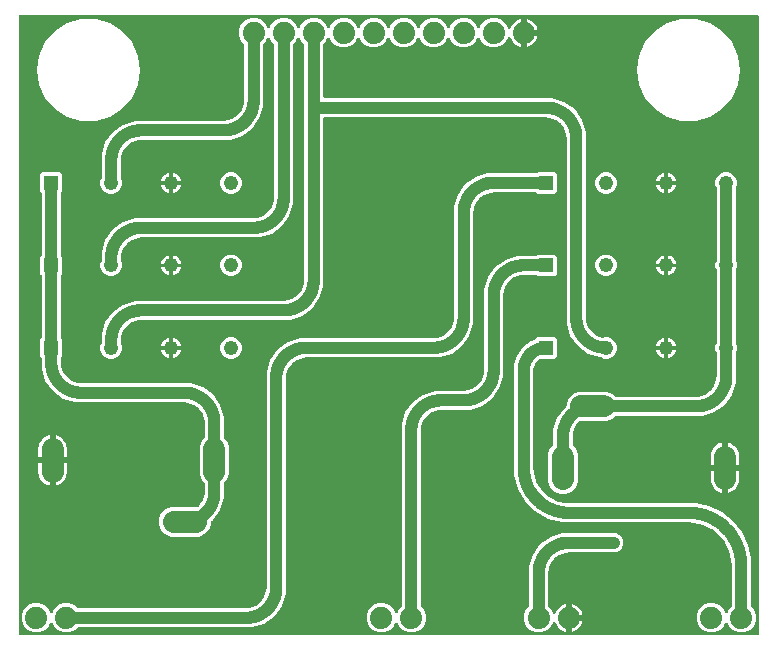
<source format=gbr>
G04 EAGLE Gerber RS-274X export*
G75*
%MOMM*%
%FSLAX34Y34*%
%LPD*%
%INTop Copper*%
%IPPOS*%
%AMOC8*
5,1,8,0,0,1.08239X$1,22.5*%
G01*
%ADD10C,1.879600*%
%ADD11C,1.900000*%
%ADD12R,1.209600X1.209600*%
%ADD13C,1.209600*%
%ADD14C,1.016000*%
%ADD15C,1.016000*%

G36*
X629784Y4080D02*
X629784Y4080D01*
X629903Y4087D01*
X629941Y4100D01*
X629982Y4105D01*
X630092Y4148D01*
X630205Y4185D01*
X630240Y4207D01*
X630277Y4222D01*
X630373Y4291D01*
X630474Y4355D01*
X630502Y4385D01*
X630535Y4408D01*
X630611Y4500D01*
X630692Y4587D01*
X630712Y4622D01*
X630737Y4653D01*
X630788Y4761D01*
X630846Y4865D01*
X630856Y4905D01*
X630873Y4941D01*
X630895Y5058D01*
X630925Y5173D01*
X630929Y5233D01*
X630933Y5253D01*
X630931Y5274D01*
X630935Y5334D01*
X630935Y528066D01*
X630920Y528184D01*
X630913Y528303D01*
X630900Y528341D01*
X630895Y528382D01*
X630852Y528492D01*
X630815Y528605D01*
X630793Y528640D01*
X630778Y528677D01*
X630709Y528773D01*
X630645Y528874D01*
X630615Y528902D01*
X630592Y528935D01*
X630500Y529011D01*
X630413Y529092D01*
X630378Y529112D01*
X630347Y529137D01*
X630239Y529188D01*
X630135Y529246D01*
X630095Y529256D01*
X630059Y529273D01*
X629942Y529295D01*
X629827Y529325D01*
X629767Y529329D01*
X629747Y529333D01*
X629726Y529331D01*
X629666Y529335D01*
X5334Y529335D01*
X5216Y529320D01*
X5097Y529313D01*
X5059Y529300D01*
X5018Y529295D01*
X4908Y529252D01*
X4795Y529215D01*
X4760Y529193D01*
X4723Y529178D01*
X4627Y529109D01*
X4526Y529045D01*
X4498Y529015D01*
X4465Y528992D01*
X4389Y528900D01*
X4308Y528813D01*
X4288Y528778D01*
X4263Y528747D01*
X4212Y528639D01*
X4154Y528535D01*
X4144Y528495D01*
X4127Y528459D01*
X4105Y528342D01*
X4075Y528227D01*
X4071Y528167D01*
X4067Y528147D01*
X4069Y528126D01*
X4065Y528066D01*
X4065Y5334D01*
X4080Y5216D01*
X4087Y5097D01*
X4100Y5059D01*
X4105Y5018D01*
X4148Y4908D01*
X4185Y4795D01*
X4207Y4760D01*
X4222Y4723D01*
X4291Y4627D01*
X4355Y4526D01*
X4385Y4498D01*
X4408Y4465D01*
X4500Y4389D01*
X4587Y4308D01*
X4622Y4288D01*
X4653Y4263D01*
X4761Y4212D01*
X4865Y4154D01*
X4905Y4144D01*
X4941Y4127D01*
X5058Y4105D01*
X5173Y4075D01*
X5233Y4071D01*
X5253Y4067D01*
X5274Y4069D01*
X5334Y4065D01*
X629666Y4065D01*
X629784Y4080D01*
G37*
%LPC*%
G36*
X80741Y238553D02*
X80741Y238553D01*
X77397Y239938D01*
X74838Y242497D01*
X73453Y245841D01*
X73453Y249459D01*
X74325Y251563D01*
X74327Y251572D01*
X74332Y251580D01*
X74369Y251725D01*
X74409Y251870D01*
X74409Y251879D01*
X74411Y251888D01*
X74421Y252049D01*
X74421Y259310D01*
X77703Y269411D01*
X83946Y278004D01*
X92539Y284247D01*
X102640Y287529D01*
X228600Y287529D01*
X228622Y287531D01*
X228700Y287533D01*
X231203Y287730D01*
X231271Y287744D01*
X231340Y287748D01*
X231495Y287788D01*
X236257Y289335D01*
X236364Y289385D01*
X236475Y289429D01*
X236526Y289462D01*
X236545Y289470D01*
X236560Y289483D01*
X236611Y289515D01*
X240661Y292458D01*
X240719Y292512D01*
X240741Y292528D01*
X240755Y292545D01*
X240839Y292615D01*
X240878Y292662D01*
X240893Y292676D01*
X240904Y292693D01*
X240942Y292739D01*
X243885Y296789D01*
X243942Y296893D01*
X244006Y296993D01*
X244028Y297050D01*
X244038Y297068D01*
X244043Y297088D01*
X244065Y297143D01*
X245612Y301905D01*
X245625Y301972D01*
X245648Y302038D01*
X245670Y302197D01*
X245867Y304700D01*
X245866Y304722D01*
X245871Y304800D01*
X245871Y504351D01*
X245859Y504449D01*
X245856Y504548D01*
X245839Y504606D01*
X245831Y504666D01*
X245795Y504758D01*
X245767Y504853D01*
X245737Y504906D01*
X245714Y504962D01*
X245656Y505042D01*
X245606Y505127D01*
X245540Y505203D01*
X245528Y505219D01*
X245518Y505227D01*
X245500Y505248D01*
X243448Y507300D01*
X242473Y509655D01*
X242404Y509775D01*
X242339Y509898D01*
X242325Y509913D01*
X242315Y509931D01*
X242218Y510031D01*
X242125Y510134D01*
X242108Y510145D01*
X242094Y510159D01*
X241975Y510232D01*
X241859Y510308D01*
X241840Y510315D01*
X241823Y510326D01*
X241690Y510367D01*
X241558Y510412D01*
X241538Y510413D01*
X241519Y510419D01*
X241380Y510426D01*
X241241Y510437D01*
X241221Y510433D01*
X241201Y510434D01*
X241065Y510406D01*
X240928Y510382D01*
X240909Y510374D01*
X240890Y510370D01*
X240764Y510309D01*
X240638Y510252D01*
X240622Y510239D01*
X240604Y510230D01*
X240498Y510140D01*
X240390Y510053D01*
X240377Y510037D01*
X240362Y510024D01*
X240282Y509910D01*
X240198Y509799D01*
X240186Y509774D01*
X240179Y509764D01*
X240172Y509745D01*
X240127Y509655D01*
X239152Y507299D01*
X237100Y505248D01*
X237040Y505170D01*
X236972Y505098D01*
X236943Y505045D01*
X236906Y504997D01*
X236866Y504906D01*
X236818Y504819D01*
X236803Y504761D01*
X236779Y504705D01*
X236764Y504607D01*
X236739Y504511D01*
X236733Y504411D01*
X236729Y504391D01*
X236731Y504379D01*
X236729Y504351D01*
X236729Y369340D01*
X233447Y359239D01*
X227204Y350646D01*
X218611Y344403D01*
X208510Y341121D01*
X107950Y341121D01*
X107928Y341119D01*
X107850Y341117D01*
X105347Y340920D01*
X105279Y340906D01*
X105210Y340902D01*
X105055Y340862D01*
X100293Y339315D01*
X100186Y339265D01*
X100075Y339221D01*
X100024Y339188D01*
X100005Y339180D01*
X99990Y339167D01*
X99939Y339135D01*
X95889Y336192D01*
X95802Y336111D01*
X95711Y336035D01*
X95672Y335988D01*
X95657Y335974D01*
X95646Y335957D01*
X95608Y335911D01*
X92665Y331861D01*
X92608Y331757D01*
X92544Y331657D01*
X92522Y331600D01*
X92512Y331582D01*
X92507Y331562D01*
X92485Y331507D01*
X90938Y326745D01*
X90925Y326678D01*
X90902Y326612D01*
X90880Y326453D01*
X90683Y323950D01*
X90684Y323928D01*
X90679Y323850D01*
X90679Y321899D01*
X90680Y321890D01*
X90679Y321880D01*
X90700Y321732D01*
X90719Y321583D01*
X90722Y321575D01*
X90723Y321565D01*
X90775Y321413D01*
X91647Y319309D01*
X91647Y315691D01*
X90262Y312347D01*
X87703Y309788D01*
X84359Y308403D01*
X80741Y308403D01*
X77397Y309788D01*
X74838Y312347D01*
X73453Y315691D01*
X73453Y319309D01*
X74325Y321413D01*
X74327Y321422D01*
X74332Y321430D01*
X74369Y321575D01*
X74409Y321720D01*
X74409Y321729D01*
X74411Y321738D01*
X74421Y321899D01*
X74421Y329160D01*
X77703Y339261D01*
X83946Y347854D01*
X92539Y354097D01*
X102640Y357379D01*
X203200Y357379D01*
X203222Y357381D01*
X203300Y357383D01*
X205803Y357580D01*
X205871Y357594D01*
X205940Y357598D01*
X206095Y357638D01*
X210857Y359185D01*
X210964Y359235D01*
X211075Y359279D01*
X211126Y359312D01*
X211145Y359320D01*
X211160Y359333D01*
X211211Y359365D01*
X215261Y362308D01*
X215348Y362389D01*
X215439Y362465D01*
X215478Y362512D01*
X215493Y362526D01*
X215504Y362543D01*
X215542Y362589D01*
X218485Y366639D01*
X218542Y366743D01*
X218606Y366843D01*
X218628Y366900D01*
X218638Y366918D01*
X218643Y366938D01*
X218665Y366993D01*
X220212Y371755D01*
X220225Y371822D01*
X220248Y371888D01*
X220270Y372047D01*
X220467Y374550D01*
X220466Y374572D01*
X220468Y374603D01*
X220469Y374605D01*
X220469Y374607D01*
X220471Y374650D01*
X220471Y504351D01*
X220459Y504449D01*
X220456Y504548D01*
X220439Y504606D01*
X220431Y504666D01*
X220395Y504758D01*
X220367Y504853D01*
X220337Y504906D01*
X220314Y504962D01*
X220256Y505042D01*
X220206Y505127D01*
X220140Y505203D01*
X220128Y505219D01*
X220118Y505227D01*
X220100Y505248D01*
X218048Y507300D01*
X217073Y509655D01*
X217004Y509775D01*
X216939Y509898D01*
X216925Y509913D01*
X216915Y509931D01*
X216818Y510031D01*
X216725Y510134D01*
X216708Y510145D01*
X216694Y510159D01*
X216575Y510232D01*
X216459Y510308D01*
X216440Y510315D01*
X216423Y510326D01*
X216290Y510367D01*
X216158Y510412D01*
X216138Y510413D01*
X216119Y510419D01*
X215980Y510426D01*
X215841Y510437D01*
X215821Y510433D01*
X215801Y510434D01*
X215665Y510406D01*
X215528Y510382D01*
X215509Y510374D01*
X215490Y510370D01*
X215364Y510309D01*
X215238Y510252D01*
X215222Y510239D01*
X215204Y510230D01*
X215098Y510140D01*
X214990Y510053D01*
X214977Y510037D01*
X214962Y510024D01*
X214882Y509910D01*
X214798Y509799D01*
X214786Y509774D01*
X214779Y509764D01*
X214772Y509745D01*
X214727Y509655D01*
X213752Y507299D01*
X211700Y505248D01*
X211640Y505170D01*
X211572Y505098D01*
X211543Y505045D01*
X211506Y504997D01*
X211466Y504906D01*
X211418Y504819D01*
X211403Y504761D01*
X211379Y504705D01*
X211364Y504607D01*
X211339Y504511D01*
X211333Y504411D01*
X211329Y504391D01*
X211331Y504379D01*
X211329Y504351D01*
X211329Y451890D01*
X208047Y441789D01*
X201804Y433196D01*
X193212Y426953D01*
X183110Y423671D01*
X107950Y423671D01*
X107928Y423669D01*
X107850Y423667D01*
X105347Y423470D01*
X105279Y423456D01*
X105210Y423452D01*
X105055Y423412D01*
X100293Y421865D01*
X100186Y421815D01*
X100075Y421771D01*
X100024Y421738D01*
X100005Y421730D01*
X99990Y421717D01*
X99939Y421685D01*
X95889Y418742D01*
X95802Y418661D01*
X95711Y418585D01*
X95672Y418538D01*
X95657Y418524D01*
X95646Y418507D01*
X95608Y418461D01*
X92665Y414411D01*
X92608Y414307D01*
X92544Y414207D01*
X92522Y414150D01*
X92512Y414132D01*
X92507Y414112D01*
X92485Y414057D01*
X90938Y409296D01*
X90925Y409228D01*
X90902Y409162D01*
X90880Y409003D01*
X90683Y406500D01*
X90683Y406498D01*
X90683Y406497D01*
X90683Y406489D01*
X90684Y406478D01*
X90679Y406400D01*
X90679Y391749D01*
X90680Y391740D01*
X90679Y391730D01*
X90700Y391582D01*
X90719Y391433D01*
X90722Y391425D01*
X90723Y391416D01*
X90775Y391263D01*
X91647Y389159D01*
X91647Y385541D01*
X90262Y382197D01*
X87703Y379638D01*
X84359Y378253D01*
X80741Y378253D01*
X77397Y379638D01*
X74838Y382197D01*
X73453Y385541D01*
X73453Y389159D01*
X74325Y391263D01*
X74327Y391272D01*
X74332Y391280D01*
X74369Y391425D01*
X74409Y391570D01*
X74409Y391579D01*
X74411Y391588D01*
X74421Y391749D01*
X74421Y411710D01*
X77703Y421811D01*
X83946Y430404D01*
X92539Y436647D01*
X102640Y439929D01*
X177800Y439929D01*
X177822Y439931D01*
X177900Y439933D01*
X180403Y440130D01*
X180471Y440144D01*
X180540Y440148D01*
X180695Y440188D01*
X185457Y441735D01*
X185564Y441785D01*
X185675Y441829D01*
X185726Y441862D01*
X185745Y441870D01*
X185760Y441883D01*
X185811Y441915D01*
X189861Y444858D01*
X189948Y444939D01*
X190039Y445015D01*
X190078Y445062D01*
X190093Y445076D01*
X190104Y445093D01*
X190142Y445139D01*
X193085Y449189D01*
X193142Y449293D01*
X193206Y449393D01*
X193228Y449450D01*
X193238Y449468D01*
X193243Y449488D01*
X193265Y449543D01*
X194812Y454304D01*
X194825Y454372D01*
X194848Y454438D01*
X194870Y454597D01*
X195067Y457100D01*
X195067Y457104D01*
X195068Y457106D01*
X195067Y457125D01*
X195071Y457200D01*
X195071Y504351D01*
X195059Y504449D01*
X195056Y504548D01*
X195039Y504606D01*
X195031Y504666D01*
X194995Y504758D01*
X194967Y504853D01*
X194937Y504906D01*
X194914Y504962D01*
X194856Y505042D01*
X194806Y505127D01*
X194740Y505203D01*
X194728Y505219D01*
X194718Y505227D01*
X194700Y505248D01*
X192648Y507300D01*
X190753Y511874D01*
X190753Y516826D01*
X192648Y521400D01*
X196150Y524902D01*
X200724Y526797D01*
X205676Y526797D01*
X210250Y524902D01*
X213752Y521401D01*
X214727Y519045D01*
X214796Y518924D01*
X214861Y518802D01*
X214875Y518787D01*
X214885Y518769D01*
X214982Y518669D01*
X215075Y518566D01*
X215092Y518555D01*
X215106Y518541D01*
X215224Y518468D01*
X215341Y518392D01*
X215360Y518385D01*
X215377Y518374D01*
X215510Y518334D01*
X215642Y518288D01*
X215662Y518287D01*
X215681Y518281D01*
X215820Y518274D01*
X215959Y518263D01*
X215979Y518267D01*
X215999Y518266D01*
X216135Y518294D01*
X216272Y518318D01*
X216291Y518326D01*
X216310Y518330D01*
X216435Y518391D01*
X216562Y518448D01*
X216578Y518461D01*
X216596Y518470D01*
X216702Y518560D01*
X216810Y518647D01*
X216823Y518663D01*
X216838Y518676D01*
X216918Y518790D01*
X217002Y518901D01*
X217014Y518926D01*
X217021Y518936D01*
X217028Y518955D01*
X217073Y519045D01*
X218048Y521400D01*
X221550Y524902D01*
X226124Y526797D01*
X231076Y526797D01*
X235650Y524902D01*
X239152Y521401D01*
X240127Y519045D01*
X240196Y518924D01*
X240261Y518802D01*
X240275Y518787D01*
X240285Y518769D01*
X240382Y518669D01*
X240475Y518566D01*
X240492Y518555D01*
X240506Y518541D01*
X240624Y518468D01*
X240741Y518392D01*
X240760Y518385D01*
X240777Y518374D01*
X240910Y518334D01*
X241042Y518288D01*
X241062Y518287D01*
X241081Y518281D01*
X241220Y518274D01*
X241359Y518263D01*
X241379Y518267D01*
X241399Y518266D01*
X241535Y518294D01*
X241672Y518318D01*
X241691Y518326D01*
X241710Y518330D01*
X241835Y518391D01*
X241962Y518448D01*
X241978Y518461D01*
X241996Y518470D01*
X242102Y518560D01*
X242210Y518647D01*
X242223Y518663D01*
X242238Y518676D01*
X242318Y518790D01*
X242402Y518901D01*
X242414Y518926D01*
X242421Y518936D01*
X242428Y518955D01*
X242473Y519045D01*
X243448Y521400D01*
X246950Y524902D01*
X251524Y526797D01*
X256476Y526797D01*
X261050Y524902D01*
X264552Y521401D01*
X265527Y519045D01*
X265596Y518924D01*
X265661Y518802D01*
X265675Y518787D01*
X265685Y518769D01*
X265782Y518669D01*
X265875Y518566D01*
X265892Y518555D01*
X265906Y518541D01*
X266024Y518468D01*
X266141Y518392D01*
X266160Y518385D01*
X266177Y518374D01*
X266310Y518334D01*
X266442Y518288D01*
X266462Y518287D01*
X266481Y518281D01*
X266620Y518274D01*
X266759Y518263D01*
X266779Y518267D01*
X266799Y518266D01*
X266935Y518294D01*
X267072Y518318D01*
X267091Y518326D01*
X267110Y518330D01*
X267235Y518391D01*
X267362Y518448D01*
X267378Y518461D01*
X267396Y518470D01*
X267502Y518560D01*
X267610Y518647D01*
X267623Y518663D01*
X267638Y518676D01*
X267718Y518790D01*
X267802Y518901D01*
X267814Y518926D01*
X267821Y518936D01*
X267828Y518955D01*
X267873Y519045D01*
X268848Y521400D01*
X272350Y524902D01*
X276924Y526797D01*
X281876Y526797D01*
X286450Y524902D01*
X289952Y521401D01*
X290927Y519045D01*
X290996Y518924D01*
X291061Y518802D01*
X291075Y518787D01*
X291085Y518769D01*
X291182Y518669D01*
X291275Y518566D01*
X291292Y518555D01*
X291306Y518541D01*
X291424Y518468D01*
X291541Y518392D01*
X291560Y518385D01*
X291577Y518374D01*
X291710Y518334D01*
X291842Y518288D01*
X291862Y518287D01*
X291881Y518281D01*
X292020Y518274D01*
X292159Y518263D01*
X292179Y518267D01*
X292199Y518266D01*
X292335Y518294D01*
X292472Y518318D01*
X292491Y518326D01*
X292510Y518330D01*
X292635Y518391D01*
X292762Y518448D01*
X292778Y518461D01*
X292796Y518470D01*
X292902Y518560D01*
X293010Y518647D01*
X293023Y518663D01*
X293038Y518676D01*
X293118Y518790D01*
X293202Y518901D01*
X293214Y518926D01*
X293221Y518936D01*
X293228Y518955D01*
X293273Y519045D01*
X294248Y521400D01*
X297750Y524902D01*
X302324Y526797D01*
X307276Y526797D01*
X311850Y524902D01*
X315352Y521401D01*
X316327Y519045D01*
X316396Y518924D01*
X316461Y518802D01*
X316475Y518787D01*
X316485Y518769D01*
X316582Y518669D01*
X316675Y518566D01*
X316692Y518555D01*
X316706Y518541D01*
X316824Y518468D01*
X316941Y518392D01*
X316960Y518385D01*
X316977Y518374D01*
X317110Y518334D01*
X317242Y518288D01*
X317262Y518287D01*
X317281Y518281D01*
X317420Y518274D01*
X317559Y518263D01*
X317579Y518267D01*
X317599Y518266D01*
X317735Y518294D01*
X317872Y518318D01*
X317891Y518326D01*
X317910Y518330D01*
X318035Y518391D01*
X318162Y518448D01*
X318178Y518461D01*
X318196Y518470D01*
X318302Y518560D01*
X318410Y518647D01*
X318423Y518663D01*
X318438Y518676D01*
X318518Y518790D01*
X318602Y518901D01*
X318614Y518926D01*
X318621Y518936D01*
X318628Y518955D01*
X318673Y519045D01*
X319648Y521400D01*
X323150Y524902D01*
X327724Y526797D01*
X332676Y526797D01*
X337250Y524902D01*
X340752Y521401D01*
X341727Y519045D01*
X341796Y518924D01*
X341861Y518802D01*
X341875Y518787D01*
X341885Y518769D01*
X341982Y518669D01*
X342075Y518566D01*
X342092Y518555D01*
X342106Y518541D01*
X342224Y518468D01*
X342341Y518392D01*
X342360Y518385D01*
X342377Y518374D01*
X342510Y518334D01*
X342642Y518288D01*
X342662Y518287D01*
X342681Y518281D01*
X342820Y518274D01*
X342959Y518263D01*
X342979Y518267D01*
X342999Y518266D01*
X343135Y518294D01*
X343272Y518318D01*
X343291Y518326D01*
X343310Y518330D01*
X343435Y518391D01*
X343562Y518448D01*
X343578Y518461D01*
X343596Y518470D01*
X343702Y518560D01*
X343810Y518647D01*
X343823Y518663D01*
X343838Y518676D01*
X343918Y518790D01*
X344002Y518901D01*
X344014Y518926D01*
X344021Y518936D01*
X344028Y518955D01*
X344073Y519045D01*
X345048Y521400D01*
X348550Y524902D01*
X353124Y526797D01*
X358076Y526797D01*
X362650Y524902D01*
X366152Y521401D01*
X367127Y519045D01*
X367196Y518924D01*
X367261Y518802D01*
X367275Y518787D01*
X367285Y518769D01*
X367382Y518669D01*
X367475Y518566D01*
X367492Y518555D01*
X367506Y518541D01*
X367624Y518468D01*
X367741Y518392D01*
X367760Y518385D01*
X367777Y518374D01*
X367910Y518334D01*
X368042Y518288D01*
X368062Y518287D01*
X368081Y518281D01*
X368220Y518274D01*
X368359Y518263D01*
X368379Y518267D01*
X368399Y518266D01*
X368535Y518294D01*
X368672Y518318D01*
X368691Y518326D01*
X368710Y518330D01*
X368835Y518391D01*
X368962Y518448D01*
X368978Y518461D01*
X368996Y518470D01*
X369102Y518560D01*
X369210Y518647D01*
X369223Y518663D01*
X369238Y518676D01*
X369318Y518790D01*
X369402Y518901D01*
X369414Y518926D01*
X369421Y518936D01*
X369428Y518955D01*
X369473Y519045D01*
X370448Y521400D01*
X373950Y524902D01*
X378524Y526797D01*
X383476Y526797D01*
X388050Y524902D01*
X391552Y521401D01*
X392527Y519045D01*
X392596Y518924D01*
X392661Y518802D01*
X392675Y518787D01*
X392685Y518769D01*
X392782Y518669D01*
X392875Y518566D01*
X392892Y518555D01*
X392906Y518541D01*
X393024Y518468D01*
X393141Y518392D01*
X393160Y518385D01*
X393177Y518374D01*
X393310Y518334D01*
X393442Y518288D01*
X393462Y518287D01*
X393481Y518281D01*
X393620Y518274D01*
X393759Y518263D01*
X393779Y518267D01*
X393799Y518266D01*
X393935Y518294D01*
X394072Y518318D01*
X394091Y518326D01*
X394110Y518330D01*
X394235Y518391D01*
X394362Y518448D01*
X394378Y518461D01*
X394396Y518470D01*
X394502Y518560D01*
X394610Y518647D01*
X394623Y518663D01*
X394638Y518676D01*
X394718Y518790D01*
X394802Y518901D01*
X394814Y518926D01*
X394821Y518936D01*
X394828Y518955D01*
X394873Y519045D01*
X395848Y521400D01*
X399350Y524902D01*
X403924Y526797D01*
X408876Y526797D01*
X413450Y524902D01*
X416952Y521400D01*
X418205Y518375D01*
X418220Y518349D01*
X418229Y518320D01*
X418299Y518211D01*
X418363Y518098D01*
X418384Y518077D01*
X418400Y518052D01*
X418494Y517963D01*
X418584Y517870D01*
X418610Y517854D01*
X418631Y517834D01*
X418745Y517771D01*
X418855Y517704D01*
X418884Y517695D01*
X418910Y517681D01*
X419035Y517648D01*
X419159Y517610D01*
X419189Y517609D01*
X419218Y517601D01*
X419348Y517601D01*
X419477Y517595D01*
X419506Y517601D01*
X419536Y517601D01*
X419661Y517633D01*
X419788Y517659D01*
X419815Y517672D01*
X419844Y517680D01*
X419957Y517742D01*
X420074Y517799D01*
X420097Y517818D01*
X420123Y517833D01*
X420217Y517921D01*
X420316Y518005D01*
X420333Y518030D01*
X420355Y518050D01*
X420424Y518159D01*
X420499Y518265D01*
X420510Y518293D01*
X420526Y518319D01*
X420585Y518468D01*
X420736Y518933D01*
X421589Y520607D01*
X422694Y522128D01*
X424022Y523456D01*
X425543Y524561D01*
X427217Y525414D01*
X429004Y525995D01*
X429261Y526035D01*
X429261Y515620D01*
X429276Y515502D01*
X429283Y515383D01*
X429296Y515345D01*
X429301Y515305D01*
X429344Y515194D01*
X429381Y515081D01*
X429403Y515047D01*
X429418Y515009D01*
X429488Y514913D01*
X429551Y514812D01*
X429581Y514784D01*
X429604Y514752D01*
X429696Y514676D01*
X429783Y514594D01*
X429818Y514575D01*
X429849Y514549D01*
X429957Y514498D01*
X430061Y514441D01*
X430101Y514430D01*
X430137Y514413D01*
X430254Y514391D01*
X430369Y514361D01*
X430430Y514357D01*
X430450Y514353D01*
X430470Y514355D01*
X430530Y514351D01*
X431801Y514351D01*
X431801Y514349D01*
X430530Y514349D01*
X430412Y514334D01*
X430293Y514327D01*
X430255Y514314D01*
X430214Y514309D01*
X430104Y514265D01*
X429991Y514229D01*
X429956Y514207D01*
X429919Y514192D01*
X429823Y514122D01*
X429722Y514059D01*
X429694Y514029D01*
X429661Y514005D01*
X429586Y513914D01*
X429504Y513827D01*
X429484Y513792D01*
X429459Y513760D01*
X429408Y513653D01*
X429350Y513548D01*
X429340Y513509D01*
X429323Y513473D01*
X429301Y513356D01*
X429271Y513241D01*
X429267Y513180D01*
X429263Y513160D01*
X429265Y513140D01*
X429261Y513080D01*
X429261Y502665D01*
X429004Y502705D01*
X427217Y503286D01*
X425543Y504139D01*
X424022Y505244D01*
X422694Y506572D01*
X421589Y508093D01*
X420736Y509767D01*
X420585Y510232D01*
X420572Y510259D01*
X420565Y510288D01*
X420505Y510402D01*
X420450Y510520D01*
X420431Y510543D01*
X420417Y510569D01*
X420330Y510665D01*
X420247Y510765D01*
X420223Y510782D01*
X420203Y510804D01*
X420094Y510876D01*
X419990Y510952D01*
X419962Y510963D01*
X419937Y510979D01*
X419814Y511021D01*
X419694Y511069D01*
X419664Y511073D01*
X419636Y511082D01*
X419507Y511093D01*
X419379Y511109D01*
X419349Y511105D01*
X419319Y511108D01*
X419191Y511085D01*
X419063Y511069D01*
X419035Y511058D01*
X419006Y511053D01*
X418888Y511000D01*
X418767Y510952D01*
X418743Y510935D01*
X418716Y510923D01*
X418615Y510842D01*
X418510Y510766D01*
X418491Y510743D01*
X418467Y510724D01*
X418389Y510620D01*
X418307Y510521D01*
X418294Y510494D01*
X418276Y510470D01*
X418205Y510325D01*
X416952Y507300D01*
X413450Y503798D01*
X408876Y501903D01*
X403924Y501903D01*
X399350Y503798D01*
X395848Y507300D01*
X394873Y509655D01*
X394804Y509775D01*
X394739Y509898D01*
X394725Y509913D01*
X394715Y509931D01*
X394618Y510031D01*
X394525Y510134D01*
X394508Y510145D01*
X394494Y510159D01*
X394375Y510232D01*
X394259Y510308D01*
X394240Y510315D01*
X394223Y510326D01*
X394090Y510367D01*
X393958Y510412D01*
X393938Y510413D01*
X393919Y510419D01*
X393780Y510426D01*
X393641Y510437D01*
X393621Y510433D01*
X393601Y510434D01*
X393465Y510406D01*
X393328Y510382D01*
X393309Y510374D01*
X393290Y510370D01*
X393164Y510309D01*
X393038Y510252D01*
X393022Y510239D01*
X393004Y510230D01*
X392898Y510140D01*
X392790Y510053D01*
X392777Y510037D01*
X392762Y510024D01*
X392682Y509910D01*
X392598Y509799D01*
X392586Y509774D01*
X392579Y509764D01*
X392572Y509745D01*
X392527Y509655D01*
X391552Y507299D01*
X388050Y503798D01*
X383476Y501903D01*
X378524Y501903D01*
X373950Y503798D01*
X370448Y507300D01*
X369473Y509655D01*
X369404Y509775D01*
X369339Y509898D01*
X369325Y509913D01*
X369315Y509931D01*
X369218Y510031D01*
X369125Y510134D01*
X369108Y510145D01*
X369094Y510159D01*
X368975Y510232D01*
X368859Y510308D01*
X368840Y510315D01*
X368823Y510326D01*
X368690Y510367D01*
X368558Y510412D01*
X368538Y510413D01*
X368519Y510419D01*
X368380Y510426D01*
X368241Y510437D01*
X368221Y510433D01*
X368201Y510434D01*
X368065Y510406D01*
X367928Y510382D01*
X367909Y510374D01*
X367890Y510370D01*
X367764Y510309D01*
X367638Y510252D01*
X367622Y510239D01*
X367604Y510230D01*
X367498Y510140D01*
X367390Y510053D01*
X367377Y510037D01*
X367362Y510024D01*
X367282Y509910D01*
X367198Y509799D01*
X367186Y509774D01*
X367179Y509764D01*
X367172Y509745D01*
X367127Y509655D01*
X366152Y507299D01*
X362650Y503798D01*
X358076Y501903D01*
X353124Y501903D01*
X348550Y503798D01*
X345048Y507300D01*
X344073Y509655D01*
X344004Y509775D01*
X343939Y509898D01*
X343925Y509913D01*
X343915Y509931D01*
X343818Y510031D01*
X343725Y510134D01*
X343708Y510145D01*
X343694Y510159D01*
X343575Y510232D01*
X343459Y510308D01*
X343440Y510315D01*
X343423Y510326D01*
X343290Y510367D01*
X343158Y510412D01*
X343138Y510413D01*
X343119Y510419D01*
X342980Y510426D01*
X342841Y510437D01*
X342821Y510433D01*
X342801Y510434D01*
X342665Y510406D01*
X342528Y510382D01*
X342509Y510374D01*
X342490Y510370D01*
X342364Y510309D01*
X342238Y510252D01*
X342222Y510239D01*
X342204Y510230D01*
X342098Y510140D01*
X341990Y510053D01*
X341977Y510037D01*
X341962Y510024D01*
X341882Y509910D01*
X341798Y509799D01*
X341786Y509774D01*
X341779Y509764D01*
X341772Y509745D01*
X341727Y509655D01*
X340752Y507299D01*
X337250Y503798D01*
X332676Y501903D01*
X327724Y501903D01*
X323150Y503798D01*
X319648Y507300D01*
X318673Y509655D01*
X318604Y509775D01*
X318539Y509898D01*
X318525Y509913D01*
X318515Y509931D01*
X318418Y510031D01*
X318325Y510134D01*
X318308Y510145D01*
X318294Y510159D01*
X318175Y510232D01*
X318059Y510308D01*
X318040Y510315D01*
X318023Y510326D01*
X317890Y510367D01*
X317758Y510412D01*
X317738Y510413D01*
X317719Y510419D01*
X317580Y510426D01*
X317441Y510437D01*
X317421Y510433D01*
X317401Y510434D01*
X317265Y510406D01*
X317128Y510382D01*
X317109Y510374D01*
X317090Y510370D01*
X316964Y510309D01*
X316838Y510252D01*
X316822Y510239D01*
X316804Y510230D01*
X316698Y510140D01*
X316590Y510053D01*
X316577Y510037D01*
X316562Y510024D01*
X316482Y509910D01*
X316398Y509799D01*
X316386Y509774D01*
X316379Y509764D01*
X316372Y509745D01*
X316327Y509655D01*
X315352Y507299D01*
X311850Y503798D01*
X307276Y501903D01*
X302324Y501903D01*
X297750Y503798D01*
X294248Y507300D01*
X293273Y509655D01*
X293204Y509775D01*
X293139Y509898D01*
X293125Y509913D01*
X293115Y509931D01*
X293018Y510031D01*
X292925Y510134D01*
X292908Y510145D01*
X292894Y510159D01*
X292775Y510232D01*
X292659Y510308D01*
X292640Y510315D01*
X292623Y510326D01*
X292490Y510367D01*
X292358Y510412D01*
X292338Y510413D01*
X292319Y510419D01*
X292180Y510426D01*
X292041Y510437D01*
X292021Y510433D01*
X292001Y510434D01*
X291865Y510406D01*
X291728Y510382D01*
X291709Y510374D01*
X291690Y510370D01*
X291564Y510309D01*
X291438Y510252D01*
X291422Y510239D01*
X291404Y510230D01*
X291298Y510140D01*
X291190Y510053D01*
X291177Y510037D01*
X291162Y510024D01*
X291082Y509910D01*
X290998Y509799D01*
X290986Y509774D01*
X290979Y509764D01*
X290972Y509745D01*
X290927Y509655D01*
X289952Y507299D01*
X286450Y503798D01*
X281876Y501903D01*
X276924Y501903D01*
X272350Y503798D01*
X268848Y507300D01*
X267873Y509655D01*
X267804Y509775D01*
X267739Y509898D01*
X267725Y509913D01*
X267715Y509931D01*
X267618Y510031D01*
X267525Y510134D01*
X267508Y510145D01*
X267494Y510159D01*
X267375Y510232D01*
X267259Y510308D01*
X267240Y510315D01*
X267223Y510326D01*
X267090Y510367D01*
X266958Y510412D01*
X266938Y510413D01*
X266919Y510419D01*
X266780Y510426D01*
X266641Y510437D01*
X266621Y510433D01*
X266601Y510434D01*
X266465Y510406D01*
X266328Y510382D01*
X266309Y510374D01*
X266290Y510370D01*
X266164Y510309D01*
X266038Y510252D01*
X266022Y510239D01*
X266004Y510230D01*
X265898Y510140D01*
X265790Y510053D01*
X265777Y510037D01*
X265762Y510024D01*
X265682Y509910D01*
X265598Y509799D01*
X265586Y509774D01*
X265579Y509764D01*
X265572Y509745D01*
X265527Y509655D01*
X264552Y507299D01*
X262500Y505248D01*
X262440Y505170D01*
X262372Y505098D01*
X262343Y505045D01*
X262306Y504997D01*
X262266Y504906D01*
X262218Y504819D01*
X262203Y504761D01*
X262179Y504705D01*
X262164Y504607D01*
X262139Y504511D01*
X262133Y504411D01*
X262129Y504391D01*
X262131Y504379D01*
X262129Y504351D01*
X262129Y460248D01*
X262144Y460130D01*
X262151Y460011D01*
X262164Y459973D01*
X262169Y459932D01*
X262212Y459822D01*
X262249Y459709D01*
X262271Y459674D01*
X262286Y459637D01*
X262355Y459541D01*
X262419Y459440D01*
X262449Y459412D01*
X262472Y459379D01*
X262564Y459303D01*
X262651Y459222D01*
X262686Y459202D01*
X262717Y459177D01*
X262825Y459126D01*
X262929Y459068D01*
X262969Y459058D01*
X263005Y459041D01*
X263122Y459019D01*
X263237Y458989D01*
X263297Y458985D01*
X263317Y458981D01*
X263338Y458983D01*
X263398Y458979D01*
X456160Y458979D01*
X466261Y455697D01*
X474854Y449454D01*
X481097Y440861D01*
X484379Y430760D01*
X484379Y273050D01*
X484381Y273028D01*
X484383Y272950D01*
X484580Y270447D01*
X484592Y270386D01*
X484593Y270370D01*
X484594Y270367D01*
X484598Y270310D01*
X484638Y270154D01*
X486185Y265393D01*
X486235Y265286D01*
X486279Y265175D01*
X486312Y265124D01*
X486320Y265105D01*
X486333Y265090D01*
X486365Y265039D01*
X489308Y260989D01*
X489363Y260930D01*
X489373Y260914D01*
X489401Y260889D01*
X489465Y260811D01*
X489512Y260772D01*
X489526Y260757D01*
X489543Y260746D01*
X489589Y260708D01*
X493639Y257765D01*
X493743Y257708D01*
X493843Y257644D01*
X493900Y257622D01*
X493918Y257612D01*
X493938Y257607D01*
X493993Y257585D01*
X497959Y256296D01*
X498007Y256287D01*
X498053Y256270D01*
X498163Y256257D01*
X498271Y256237D01*
X498320Y256240D01*
X498369Y256234D01*
X498479Y256250D01*
X498589Y256257D01*
X498635Y256272D01*
X498684Y256279D01*
X498837Y256331D01*
X499841Y256747D01*
X503459Y256747D01*
X506803Y255362D01*
X509362Y252803D01*
X510747Y249459D01*
X510747Y245841D01*
X509362Y242497D01*
X506803Y239938D01*
X503459Y238553D01*
X499841Y238553D01*
X497737Y239425D01*
X497728Y239427D01*
X497720Y239432D01*
X497575Y239469D01*
X497430Y239509D01*
X497421Y239509D01*
X497412Y239511D01*
X497251Y239521D01*
X496340Y239521D01*
X486238Y242803D01*
X477646Y249046D01*
X471403Y257639D01*
X468121Y267740D01*
X468121Y425450D01*
X468119Y425472D01*
X468117Y425550D01*
X467920Y428053D01*
X467906Y428121D01*
X467902Y428190D01*
X467862Y428345D01*
X466315Y433107D01*
X466265Y433214D01*
X466221Y433325D01*
X466188Y433376D01*
X466180Y433395D01*
X466167Y433410D01*
X466135Y433461D01*
X463192Y437511D01*
X463111Y437598D01*
X463035Y437689D01*
X462988Y437728D01*
X462974Y437743D01*
X462957Y437754D01*
X462911Y437792D01*
X458861Y440735D01*
X458757Y440792D01*
X458657Y440856D01*
X458600Y440878D01*
X458582Y440888D01*
X458562Y440893D01*
X458507Y440915D01*
X453745Y442462D01*
X453678Y442475D01*
X453612Y442498D01*
X453453Y442520D01*
X450950Y442717D01*
X450928Y442716D01*
X450850Y442721D01*
X263398Y442721D01*
X263280Y442706D01*
X263161Y442699D01*
X263123Y442686D01*
X263082Y442681D01*
X262972Y442638D01*
X262859Y442601D01*
X262824Y442579D01*
X262787Y442564D01*
X262691Y442495D01*
X262590Y442431D01*
X262562Y442401D01*
X262529Y442378D01*
X262453Y442286D01*
X262372Y442199D01*
X262352Y442164D01*
X262327Y442133D01*
X262276Y442025D01*
X262218Y441921D01*
X262208Y441881D01*
X262191Y441845D01*
X262169Y441728D01*
X262139Y441613D01*
X262135Y441553D01*
X262131Y441533D01*
X262133Y441512D01*
X262129Y441452D01*
X262129Y299490D01*
X258847Y289389D01*
X252604Y280796D01*
X244011Y274553D01*
X233910Y271271D01*
X107950Y271271D01*
X107928Y271269D01*
X107850Y271267D01*
X105347Y271070D01*
X105279Y271056D01*
X105210Y271052D01*
X105055Y271012D01*
X100293Y269465D01*
X100186Y269415D01*
X100075Y269371D01*
X100024Y269338D01*
X100005Y269330D01*
X99990Y269317D01*
X99939Y269285D01*
X95889Y266342D01*
X95802Y266261D01*
X95711Y266185D01*
X95672Y266138D01*
X95657Y266124D01*
X95646Y266107D01*
X95608Y266061D01*
X92665Y262011D01*
X92608Y261907D01*
X92544Y261807D01*
X92522Y261750D01*
X92512Y261732D01*
X92507Y261712D01*
X92485Y261657D01*
X90938Y256895D01*
X90925Y256828D01*
X90902Y256762D01*
X90880Y256603D01*
X90683Y254100D01*
X90684Y254078D01*
X90679Y254000D01*
X90679Y252049D01*
X90680Y252040D01*
X90679Y252030D01*
X90700Y251882D01*
X90719Y251733D01*
X90722Y251725D01*
X90723Y251715D01*
X90775Y251563D01*
X91647Y249459D01*
X91647Y245841D01*
X90262Y242497D01*
X87703Y239938D01*
X84359Y238553D01*
X80741Y238553D01*
G37*
%LPD*%
%LPC*%
G36*
X16574Y6603D02*
X16574Y6603D01*
X12000Y8498D01*
X8498Y12000D01*
X6603Y16574D01*
X6603Y21526D01*
X8498Y26100D01*
X12000Y29602D01*
X16574Y31497D01*
X21526Y31497D01*
X26100Y29602D01*
X29602Y26101D01*
X30577Y23745D01*
X30646Y23624D01*
X30711Y23502D01*
X30725Y23487D01*
X30735Y23469D01*
X30832Y23369D01*
X30925Y23266D01*
X30942Y23255D01*
X30956Y23241D01*
X31074Y23168D01*
X31191Y23092D01*
X31210Y23085D01*
X31227Y23074D01*
X31360Y23034D01*
X31492Y22988D01*
X31512Y22987D01*
X31531Y22981D01*
X31670Y22974D01*
X31809Y22963D01*
X31829Y22967D01*
X31849Y22966D01*
X31985Y22994D01*
X32122Y23018D01*
X32141Y23026D01*
X32160Y23030D01*
X32285Y23091D01*
X32412Y23148D01*
X32428Y23161D01*
X32446Y23170D01*
X32552Y23260D01*
X32660Y23347D01*
X32673Y23363D01*
X32688Y23376D01*
X32768Y23490D01*
X32852Y23601D01*
X32864Y23626D01*
X32871Y23636D01*
X32878Y23655D01*
X32923Y23745D01*
X33898Y26100D01*
X37400Y29602D01*
X41974Y31497D01*
X46926Y31497D01*
X51500Y29602D01*
X53552Y27550D01*
X53630Y27490D01*
X53702Y27422D01*
X53755Y27393D01*
X53803Y27356D01*
X53894Y27316D01*
X53981Y27268D01*
X54039Y27253D01*
X54095Y27229D01*
X54193Y27214D01*
X54289Y27189D01*
X54389Y27183D01*
X54409Y27179D01*
X54421Y27181D01*
X54449Y27179D01*
X196850Y27179D01*
X196872Y27181D01*
X196950Y27183D01*
X199453Y27380D01*
X199521Y27394D01*
X199590Y27398D01*
X199745Y27438D01*
X204507Y28985D01*
X204614Y29035D01*
X204725Y29079D01*
X204776Y29112D01*
X204795Y29120D01*
X204810Y29133D01*
X204861Y29165D01*
X208911Y32108D01*
X208998Y32189D01*
X209089Y32265D01*
X209128Y32312D01*
X209143Y32326D01*
X209154Y32343D01*
X209192Y32389D01*
X212135Y36439D01*
X212154Y36474D01*
X212179Y36505D01*
X212213Y36577D01*
X212256Y36643D01*
X212278Y36700D01*
X212288Y36718D01*
X212293Y36737D01*
X212315Y36792D01*
X212315Y36793D01*
X213862Y41554D01*
X213875Y41622D01*
X213898Y41688D01*
X213920Y41847D01*
X214117Y44350D01*
X214116Y44372D01*
X214121Y44450D01*
X214121Y227560D01*
X217403Y237661D01*
X223646Y246254D01*
X232239Y252497D01*
X242340Y255779D01*
X355600Y255779D01*
X355622Y255781D01*
X355700Y255783D01*
X358203Y255980D01*
X358271Y255994D01*
X358340Y255998D01*
X358495Y256038D01*
X363257Y257585D01*
X363364Y257635D01*
X363475Y257679D01*
X363526Y257712D01*
X363545Y257720D01*
X363560Y257733D01*
X363611Y257765D01*
X367661Y260708D01*
X367719Y260762D01*
X367767Y260797D01*
X367787Y260822D01*
X367839Y260865D01*
X367878Y260912D01*
X367893Y260926D01*
X367904Y260943D01*
X367942Y260989D01*
X370885Y265039D01*
X370942Y265143D01*
X371006Y265243D01*
X371028Y265300D01*
X371038Y265318D01*
X371043Y265338D01*
X371065Y265393D01*
X372612Y270155D01*
X372625Y270222D01*
X372648Y270288D01*
X372670Y270447D01*
X372867Y272950D01*
X372866Y272972D01*
X372871Y273050D01*
X372871Y367260D01*
X376153Y377361D01*
X382396Y385954D01*
X390989Y392197D01*
X401090Y395479D01*
X442045Y395479D01*
X442144Y395491D01*
X442243Y395494D01*
X442301Y395511D01*
X442361Y395519D01*
X442453Y395555D01*
X442548Y395583D01*
X442600Y395613D01*
X442657Y395636D01*
X442737Y395694D01*
X442822Y395744D01*
X442897Y395810D01*
X442914Y395822D01*
X442922Y395832D01*
X442943Y395851D01*
X443539Y396447D01*
X458161Y396447D01*
X459947Y394661D01*
X459947Y380039D01*
X458161Y378253D01*
X443539Y378253D01*
X442943Y378849D01*
X442865Y378910D01*
X442793Y378978D01*
X442739Y379007D01*
X442692Y379044D01*
X442601Y379084D01*
X442514Y379132D01*
X442455Y379147D01*
X442400Y379171D01*
X442302Y379186D01*
X442206Y379211D01*
X442106Y379217D01*
X442086Y379221D01*
X442073Y379219D01*
X442045Y379221D01*
X406400Y379221D01*
X406378Y379219D01*
X406300Y379217D01*
X403797Y379020D01*
X403729Y379006D01*
X403660Y379002D01*
X403505Y378962D01*
X398743Y377415D01*
X398636Y377365D01*
X398525Y377321D01*
X398474Y377288D01*
X398455Y377280D01*
X398440Y377267D01*
X398389Y377235D01*
X394339Y374292D01*
X394252Y374211D01*
X394161Y374135D01*
X394122Y374088D01*
X394107Y374074D01*
X394096Y374057D01*
X394058Y374011D01*
X391115Y369961D01*
X391058Y369857D01*
X390994Y369757D01*
X390972Y369700D01*
X390962Y369682D01*
X390957Y369662D01*
X390935Y369607D01*
X389388Y364845D01*
X389375Y364778D01*
X389352Y364712D01*
X389330Y364553D01*
X389133Y362050D01*
X389134Y362028D01*
X389129Y361950D01*
X389129Y267740D01*
X385847Y257639D01*
X379604Y249046D01*
X371011Y242803D01*
X360910Y239521D01*
X247650Y239521D01*
X247628Y239519D01*
X247550Y239517D01*
X245047Y239320D01*
X244979Y239306D01*
X244910Y239302D01*
X244755Y239262D01*
X239993Y237715D01*
X239886Y237665D01*
X239775Y237621D01*
X239724Y237588D01*
X239705Y237580D01*
X239690Y237567D01*
X239639Y237535D01*
X235589Y234592D01*
X235502Y234511D01*
X235411Y234435D01*
X235372Y234388D01*
X235357Y234374D01*
X235346Y234357D01*
X235308Y234311D01*
X232365Y230261D01*
X232308Y230157D01*
X232244Y230057D01*
X232222Y230000D01*
X232212Y229982D01*
X232207Y229962D01*
X232185Y229907D01*
X230638Y225146D01*
X230625Y225078D01*
X230602Y225012D01*
X230580Y224853D01*
X230383Y222350D01*
X230384Y222328D01*
X230379Y222250D01*
X230379Y39140D01*
X227097Y29039D01*
X220854Y20446D01*
X212261Y14203D01*
X202160Y10921D01*
X54449Y10921D01*
X54351Y10909D01*
X54252Y10906D01*
X54194Y10889D01*
X54134Y10881D01*
X54042Y10845D01*
X53947Y10817D01*
X53894Y10787D01*
X53838Y10764D01*
X53758Y10706D01*
X53673Y10656D01*
X53597Y10590D01*
X53581Y10578D01*
X53573Y10568D01*
X53552Y10550D01*
X51500Y8498D01*
X46926Y6603D01*
X41974Y6603D01*
X37400Y8498D01*
X33898Y12000D01*
X32923Y14355D01*
X32854Y14475D01*
X32789Y14598D01*
X32775Y14613D01*
X32765Y14631D01*
X32668Y14731D01*
X32575Y14834D01*
X32558Y14845D01*
X32544Y14859D01*
X32425Y14932D01*
X32309Y15008D01*
X32290Y15015D01*
X32273Y15026D01*
X32140Y15067D01*
X32008Y15112D01*
X31988Y15113D01*
X31969Y15119D01*
X31830Y15126D01*
X31691Y15137D01*
X31671Y15133D01*
X31651Y15134D01*
X31515Y15106D01*
X31378Y15082D01*
X31359Y15074D01*
X31340Y15070D01*
X31214Y15009D01*
X31088Y14952D01*
X31072Y14939D01*
X31054Y14930D01*
X30948Y14840D01*
X30840Y14753D01*
X30827Y14737D01*
X30812Y14724D01*
X30732Y14610D01*
X30648Y14499D01*
X30636Y14474D01*
X30629Y14464D01*
X30622Y14445D01*
X30577Y14355D01*
X29602Y11999D01*
X26100Y8498D01*
X21526Y6603D01*
X16574Y6603D01*
G37*
%LPD*%
%LPC*%
G36*
X132904Y87851D02*
X132904Y87851D01*
X128292Y89762D01*
X124762Y93292D01*
X122851Y97904D01*
X122851Y102896D01*
X124762Y107508D01*
X128292Y111038D01*
X132904Y112949D01*
X155726Y112949D01*
X155879Y112968D01*
X156041Y112988D01*
X156041Y112989D01*
X156042Y112989D01*
X156181Y113044D01*
X156336Y113105D01*
X156337Y113105D01*
X156337Y113106D01*
X156338Y113106D01*
X156472Y113191D01*
X156678Y113341D01*
X156765Y113422D01*
X156856Y113498D01*
X156895Y113545D01*
X156910Y113559D01*
X156921Y113576D01*
X156959Y113622D01*
X159828Y117571D01*
X159844Y117598D01*
X159859Y117617D01*
X159888Y117678D01*
X159949Y117775D01*
X159972Y117831D01*
X159982Y117849D01*
X159987Y117869D01*
X160009Y117925D01*
X161517Y122567D01*
X161530Y122635D01*
X161552Y122700D01*
X161575Y122860D01*
X161767Y125300D01*
X161766Y125322D01*
X161771Y125400D01*
X161771Y132756D01*
X161759Y132855D01*
X161756Y132954D01*
X161739Y133012D01*
X161731Y133072D01*
X161695Y133164D01*
X161667Y133259D01*
X161637Y133311D01*
X161614Y133368D01*
X161556Y133448D01*
X161506Y133533D01*
X161440Y133608D01*
X161428Y133625D01*
X161418Y133633D01*
X161400Y133654D01*
X159262Y135792D01*
X157351Y140404D01*
X157351Y164396D01*
X159262Y169008D01*
X161400Y171146D01*
X161460Y171224D01*
X161528Y171296D01*
X161557Y171349D01*
X161594Y171397D01*
X161634Y171488D01*
X161682Y171575D01*
X161697Y171634D01*
X161721Y171689D01*
X161736Y171787D01*
X161761Y171883D01*
X161767Y171983D01*
X161771Y172003D01*
X161769Y172016D01*
X161771Y172044D01*
X161771Y184150D01*
X161769Y184172D01*
X161767Y184250D01*
X161570Y186753D01*
X161556Y186821D01*
X161552Y186890D01*
X161512Y187045D01*
X159965Y191807D01*
X159915Y191914D01*
X159871Y192025D01*
X159838Y192076D01*
X159830Y192095D01*
X159817Y192110D01*
X159785Y192161D01*
X156842Y196211D01*
X156761Y196298D01*
X156685Y196389D01*
X156638Y196428D01*
X156624Y196443D01*
X156607Y196454D01*
X156561Y196492D01*
X152511Y199435D01*
X152407Y199492D01*
X152307Y199556D01*
X152250Y199578D01*
X152232Y199588D01*
X152212Y199593D01*
X152157Y199615D01*
X147395Y201162D01*
X147328Y201175D01*
X147262Y201198D01*
X147103Y201220D01*
X144600Y201417D01*
X144578Y201416D01*
X144500Y201421D01*
X51840Y201421D01*
X41739Y204703D01*
X33146Y210946D01*
X26903Y219539D01*
X23621Y229640D01*
X23621Y238845D01*
X23609Y238944D01*
X23606Y239043D01*
X23589Y239101D01*
X23581Y239161D01*
X23545Y239253D01*
X23517Y239348D01*
X23487Y239400D01*
X23464Y239457D01*
X23406Y239537D01*
X23356Y239622D01*
X23290Y239697D01*
X23278Y239714D01*
X23268Y239722D01*
X23250Y239743D01*
X22653Y240339D01*
X22653Y254961D01*
X23250Y255557D01*
X23310Y255635D01*
X23378Y255707D01*
X23407Y255760D01*
X23444Y255808D01*
X23484Y255899D01*
X23532Y255986D01*
X23547Y256045D01*
X23571Y256100D01*
X23586Y256198D01*
X23611Y256294D01*
X23617Y256394D01*
X23621Y256414D01*
X23619Y256427D01*
X23621Y256455D01*
X23621Y308695D01*
X23609Y308794D01*
X23606Y308893D01*
X23599Y308915D01*
X23599Y308922D01*
X23589Y308953D01*
X23581Y309011D01*
X23545Y309103D01*
X23517Y309198D01*
X23487Y309250D01*
X23464Y309307D01*
X23406Y309387D01*
X23356Y309472D01*
X23290Y309547D01*
X23278Y309564D01*
X23268Y309572D01*
X23249Y309593D01*
X22653Y310189D01*
X22653Y324811D01*
X23250Y325407D01*
X23310Y325485D01*
X23378Y325557D01*
X23407Y325610D01*
X23444Y325658D01*
X23484Y325749D01*
X23532Y325836D01*
X23547Y325895D01*
X23571Y325950D01*
X23586Y326048D01*
X23611Y326144D01*
X23617Y326244D01*
X23621Y326264D01*
X23619Y326277D01*
X23621Y326305D01*
X23621Y378545D01*
X23609Y378644D01*
X23606Y378743D01*
X23589Y378801D01*
X23581Y378861D01*
X23545Y378953D01*
X23517Y379048D01*
X23487Y379100D01*
X23464Y379157D01*
X23406Y379237D01*
X23356Y379322D01*
X23290Y379397D01*
X23278Y379414D01*
X23268Y379422D01*
X23250Y379443D01*
X22653Y380039D01*
X22653Y394661D01*
X24439Y396447D01*
X39061Y396447D01*
X40847Y394661D01*
X40847Y380039D01*
X40250Y379443D01*
X40190Y379365D01*
X40122Y379293D01*
X40093Y379240D01*
X40056Y379192D01*
X40016Y379101D01*
X39968Y379014D01*
X39953Y378955D01*
X39929Y378900D01*
X39914Y378802D01*
X39889Y378706D01*
X39883Y378606D01*
X39879Y378586D01*
X39881Y378573D01*
X39879Y378545D01*
X39879Y326305D01*
X39891Y326206D01*
X39894Y326107D01*
X39911Y326049D01*
X39919Y325989D01*
X39955Y325897D01*
X39983Y325802D01*
X40013Y325750D01*
X40036Y325693D01*
X40094Y325613D01*
X40144Y325528D01*
X40210Y325453D01*
X40222Y325436D01*
X40232Y325428D01*
X40250Y325407D01*
X40847Y324811D01*
X40847Y310189D01*
X40251Y309593D01*
X40190Y309515D01*
X40122Y309443D01*
X40093Y309389D01*
X40056Y309342D01*
X40016Y309251D01*
X39968Y309164D01*
X39953Y309105D01*
X39943Y309081D01*
X39941Y309078D01*
X39941Y309077D01*
X39929Y309050D01*
X39914Y308952D01*
X39889Y308856D01*
X39884Y308780D01*
X39881Y308765D01*
X39882Y308753D01*
X39879Y308736D01*
X39881Y308723D01*
X39879Y308695D01*
X39879Y256455D01*
X39891Y256356D01*
X39894Y256257D01*
X39911Y256199D01*
X39919Y256139D01*
X39955Y256047D01*
X39983Y255952D01*
X40013Y255900D01*
X40036Y255843D01*
X40094Y255763D01*
X40144Y255678D01*
X40210Y255603D01*
X40222Y255586D01*
X40232Y255578D01*
X40250Y255557D01*
X40847Y254961D01*
X40847Y240339D01*
X40250Y239743D01*
X40190Y239665D01*
X40122Y239593D01*
X40093Y239540D01*
X40056Y239492D01*
X40016Y239401D01*
X39968Y239314D01*
X39953Y239255D01*
X39929Y239200D01*
X39914Y239102D01*
X39889Y239006D01*
X39883Y238906D01*
X39879Y238886D01*
X39881Y238873D01*
X39879Y238845D01*
X39879Y234950D01*
X39881Y234928D01*
X39883Y234850D01*
X40080Y232347D01*
X40094Y232279D01*
X40098Y232210D01*
X40138Y232055D01*
X41685Y227293D01*
X41735Y227186D01*
X41779Y227075D01*
X41812Y227024D01*
X41820Y227005D01*
X41833Y226990D01*
X41865Y226939D01*
X44808Y222889D01*
X44832Y222863D01*
X44849Y222837D01*
X44902Y222786D01*
X44965Y222711D01*
X45012Y222672D01*
X45026Y222657D01*
X45043Y222646D01*
X45089Y222608D01*
X49139Y219665D01*
X49243Y219608D01*
X49343Y219544D01*
X49400Y219522D01*
X49418Y219512D01*
X49438Y219507D01*
X49493Y219485D01*
X54255Y217938D01*
X54322Y217925D01*
X54388Y217902D01*
X54547Y217880D01*
X57050Y217683D01*
X57072Y217684D01*
X57150Y217679D01*
X149810Y217679D01*
X159911Y214397D01*
X168504Y208154D01*
X174747Y199561D01*
X178029Y189460D01*
X178029Y172044D01*
X178041Y171945D01*
X178044Y171846D01*
X178061Y171788D01*
X178069Y171728D01*
X178105Y171636D01*
X178133Y171541D01*
X178163Y171489D01*
X178186Y171432D01*
X178244Y171352D01*
X178294Y171267D01*
X178360Y171192D01*
X178372Y171175D01*
X178382Y171167D01*
X178400Y171146D01*
X180538Y169008D01*
X182449Y164396D01*
X182449Y140404D01*
X180538Y135792D01*
X178400Y133654D01*
X178340Y133576D01*
X178272Y133504D01*
X178243Y133451D01*
X178206Y133403D01*
X178166Y133312D01*
X178118Y133225D01*
X178103Y133166D01*
X178079Y133111D01*
X178064Y133013D01*
X178039Y132917D01*
X178033Y132817D01*
X178029Y132797D01*
X178031Y132784D01*
X178029Y132756D01*
X178029Y120153D01*
X174786Y110172D01*
X168618Y101682D01*
X167472Y100850D01*
X167443Y100823D01*
X167410Y100802D01*
X167327Y100714D01*
X167240Y100632D01*
X167219Y100599D01*
X167192Y100570D01*
X167134Y100465D01*
X167070Y100364D01*
X167057Y100326D01*
X167038Y100292D01*
X167008Y100176D01*
X166971Y100062D01*
X166969Y100022D01*
X166959Y99984D01*
X166949Y99823D01*
X166949Y97904D01*
X165038Y93292D01*
X161508Y89762D01*
X156896Y87851D01*
X132904Y87851D01*
G37*
%LPD*%
%LPC*%
G36*
X588074Y6603D02*
X588074Y6603D01*
X583500Y8498D01*
X579998Y12000D01*
X578103Y16574D01*
X578103Y21526D01*
X579998Y26100D01*
X583500Y29602D01*
X588074Y31497D01*
X593026Y31497D01*
X597600Y29602D01*
X601102Y26100D01*
X602077Y23745D01*
X602146Y23625D01*
X602211Y23502D01*
X602225Y23487D01*
X602235Y23469D01*
X602332Y23369D01*
X602425Y23266D01*
X602442Y23255D01*
X602456Y23241D01*
X602575Y23168D01*
X602691Y23092D01*
X602710Y23085D01*
X602727Y23074D01*
X602860Y23033D01*
X602992Y22988D01*
X603012Y22987D01*
X603031Y22981D01*
X603170Y22974D01*
X603309Y22963D01*
X603329Y22967D01*
X603349Y22966D01*
X603485Y22994D01*
X603622Y23018D01*
X603641Y23026D01*
X603660Y23030D01*
X603786Y23091D01*
X603912Y23148D01*
X603928Y23161D01*
X603946Y23170D01*
X604052Y23260D01*
X604160Y23347D01*
X604173Y23363D01*
X604188Y23376D01*
X604268Y23490D01*
X604352Y23601D01*
X604364Y23626D01*
X604371Y23636D01*
X604378Y23655D01*
X604423Y23745D01*
X605398Y26101D01*
X607450Y28152D01*
X607510Y28230D01*
X607578Y28302D01*
X607607Y28355D01*
X607644Y28403D01*
X607684Y28494D01*
X607732Y28581D01*
X607747Y28639D01*
X607771Y28695D01*
X607786Y28793D01*
X607811Y28889D01*
X607817Y28989D01*
X607821Y29009D01*
X607819Y29021D01*
X607821Y29049D01*
X607821Y63500D01*
X607819Y63519D01*
X607819Y63571D01*
X607599Y67496D01*
X607594Y67522D01*
X607595Y67548D01*
X607569Y67707D01*
X605822Y75359D01*
X605801Y75418D01*
X605789Y75478D01*
X605729Y75628D01*
X602323Y82700D01*
X602289Y82752D01*
X602264Y82808D01*
X602172Y82940D01*
X597278Y89077D01*
X597233Y89120D01*
X597196Y89170D01*
X597077Y89278D01*
X590940Y94172D01*
X590887Y94204D01*
X590840Y94244D01*
X590700Y94323D01*
X583628Y97729D01*
X583569Y97748D01*
X583514Y97777D01*
X583359Y97822D01*
X575707Y99569D01*
X575681Y99572D01*
X575656Y99580D01*
X575496Y99599D01*
X571571Y99819D01*
X571552Y99818D01*
X571500Y99821D01*
X463814Y99821D01*
X452056Y102972D01*
X441515Y109058D01*
X432908Y117665D01*
X426822Y128206D01*
X423671Y139964D01*
X423671Y232905D01*
X426332Y241093D01*
X431392Y248058D01*
X438357Y253118D01*
X440876Y253937D01*
X440948Y253971D01*
X441023Y253995D01*
X441091Y254038D01*
X441164Y254072D01*
X441225Y254123D01*
X441292Y254165D01*
X441347Y254224D01*
X441409Y254275D01*
X441456Y254339D01*
X441510Y254397D01*
X441549Y254467D01*
X441596Y254532D01*
X441625Y254606D01*
X441664Y254675D01*
X441684Y254753D01*
X441713Y254828D01*
X441723Y254906D01*
X441732Y254939D01*
X443539Y256747D01*
X458161Y256747D01*
X459947Y254961D01*
X459947Y240339D01*
X458161Y238553D01*
X446727Y238553D01*
X446609Y238538D01*
X446490Y238531D01*
X446431Y238516D01*
X446411Y238513D01*
X446392Y238506D01*
X446334Y238491D01*
X446076Y238407D01*
X445968Y238357D01*
X445858Y238313D01*
X445807Y238280D01*
X445788Y238272D01*
X445772Y238259D01*
X445722Y238227D01*
X443279Y236452D01*
X443192Y236371D01*
X443101Y236295D01*
X443062Y236248D01*
X443047Y236234D01*
X443036Y236217D01*
X442998Y236171D01*
X441223Y233728D01*
X441166Y233624D01*
X441102Y233524D01*
X441080Y233467D01*
X441070Y233449D01*
X441065Y233430D01*
X441043Y233374D01*
X440110Y230502D01*
X440097Y230434D01*
X440074Y230369D01*
X440051Y230209D01*
X439933Y228700D01*
X439934Y228678D01*
X439929Y228600D01*
X439929Y146050D01*
X439931Y146029D01*
X439931Y145967D01*
X440177Y142221D01*
X440185Y142177D01*
X440186Y142133D01*
X440218Y141975D01*
X442157Y134738D01*
X442189Y134658D01*
X442212Y134576D01*
X442273Y134453D01*
X442277Y134443D01*
X442280Y134440D01*
X442284Y134432D01*
X446030Y127943D01*
X446082Y127875D01*
X446125Y127801D01*
X446216Y127698D01*
X446222Y127689D01*
X446226Y127687D01*
X446232Y127680D01*
X451530Y122382D01*
X451598Y122329D01*
X451659Y122269D01*
X451772Y122193D01*
X451781Y122187D01*
X451785Y122185D01*
X451793Y122180D01*
X458282Y118434D01*
X458360Y118400D01*
X458435Y118358D01*
X458565Y118315D01*
X458575Y118310D01*
X458579Y118310D01*
X458588Y118307D01*
X465825Y116368D01*
X465869Y116362D01*
X465911Y116348D01*
X466071Y116327D01*
X469817Y116081D01*
X469838Y116083D01*
X469900Y116079D01*
X577424Y116079D01*
X588976Y113442D01*
X599651Y108301D01*
X608914Y100914D01*
X616301Y91651D01*
X621442Y80976D01*
X624079Y69424D01*
X624079Y29049D01*
X624091Y28951D01*
X624094Y28852D01*
X624111Y28794D01*
X624119Y28734D01*
X624155Y28642D01*
X624183Y28547D01*
X624213Y28494D01*
X624236Y28438D01*
X624294Y28358D01*
X624344Y28273D01*
X624410Y28197D01*
X624422Y28181D01*
X624432Y28173D01*
X624450Y28152D01*
X626502Y26100D01*
X628397Y21526D01*
X628397Y16574D01*
X626502Y12000D01*
X623000Y8498D01*
X618426Y6603D01*
X613474Y6603D01*
X608900Y8498D01*
X605398Y11999D01*
X604423Y14355D01*
X604354Y14476D01*
X604289Y14598D01*
X604275Y14613D01*
X604265Y14631D01*
X604168Y14731D01*
X604075Y14834D01*
X604058Y14845D01*
X604044Y14859D01*
X603926Y14932D01*
X603809Y15008D01*
X603790Y15015D01*
X603773Y15026D01*
X603640Y15066D01*
X603508Y15112D01*
X603488Y15113D01*
X603469Y15119D01*
X603330Y15126D01*
X603191Y15137D01*
X603171Y15133D01*
X603151Y15134D01*
X603015Y15106D01*
X602878Y15082D01*
X602859Y15074D01*
X602840Y15070D01*
X602715Y15009D01*
X602588Y14952D01*
X602572Y14939D01*
X602554Y14930D01*
X602448Y14840D01*
X602340Y14753D01*
X602327Y14737D01*
X602312Y14724D01*
X602232Y14610D01*
X602148Y14499D01*
X602136Y14474D01*
X602129Y14464D01*
X602122Y14445D01*
X602077Y14355D01*
X601102Y12000D01*
X597600Y8498D01*
X593026Y6603D01*
X588074Y6603D01*
G37*
%LPD*%
%LPC*%
G36*
X308674Y6603D02*
X308674Y6603D01*
X304100Y8498D01*
X300598Y12000D01*
X298703Y16574D01*
X298703Y21526D01*
X300598Y26100D01*
X304100Y29602D01*
X308674Y31497D01*
X313626Y31497D01*
X318200Y29602D01*
X321702Y26100D01*
X322677Y23745D01*
X322746Y23625D01*
X322811Y23502D01*
X322825Y23487D01*
X322835Y23469D01*
X322932Y23369D01*
X323025Y23266D01*
X323042Y23255D01*
X323056Y23241D01*
X323175Y23168D01*
X323291Y23092D01*
X323310Y23085D01*
X323327Y23074D01*
X323460Y23033D01*
X323592Y22988D01*
X323612Y22987D01*
X323631Y22981D01*
X323770Y22974D01*
X323909Y22963D01*
X323929Y22967D01*
X323949Y22966D01*
X324085Y22994D01*
X324222Y23018D01*
X324241Y23026D01*
X324260Y23030D01*
X324386Y23091D01*
X324512Y23148D01*
X324528Y23161D01*
X324546Y23170D01*
X324652Y23260D01*
X324760Y23347D01*
X324773Y23363D01*
X324788Y23376D01*
X324868Y23490D01*
X324952Y23601D01*
X324964Y23626D01*
X324971Y23636D01*
X324978Y23655D01*
X325023Y23745D01*
X325998Y26101D01*
X328050Y28152D01*
X328110Y28230D01*
X328178Y28302D01*
X328207Y28355D01*
X328244Y28403D01*
X328284Y28494D01*
X328332Y28581D01*
X328347Y28639D01*
X328371Y28695D01*
X328386Y28793D01*
X328411Y28889D01*
X328417Y28989D01*
X328421Y29009D01*
X328419Y29021D01*
X328421Y29049D01*
X328421Y183110D01*
X331703Y193211D01*
X337946Y201804D01*
X346539Y208047D01*
X356640Y211329D01*
X381000Y211329D01*
X381022Y211331D01*
X381100Y211333D01*
X383603Y211530D01*
X383671Y211544D01*
X383740Y211548D01*
X383895Y211588D01*
X388657Y213135D01*
X388764Y213185D01*
X388875Y213229D01*
X388926Y213262D01*
X388945Y213270D01*
X388960Y213283D01*
X389011Y213315D01*
X393061Y216258D01*
X393148Y216339D01*
X393153Y216343D01*
X393194Y216373D01*
X393204Y216386D01*
X393239Y216415D01*
X393278Y216462D01*
X393293Y216476D01*
X393304Y216493D01*
X393342Y216539D01*
X396285Y220589D01*
X396342Y220693D01*
X396406Y220793D01*
X396428Y220850D01*
X396438Y220868D01*
X396443Y220888D01*
X396465Y220943D01*
X398012Y225705D01*
X398025Y225772D01*
X398048Y225838D01*
X398070Y225997D01*
X398267Y228500D01*
X398266Y228522D01*
X398271Y228600D01*
X398271Y297410D01*
X401394Y307022D01*
X401394Y307023D01*
X401553Y307511D01*
X407796Y316104D01*
X416389Y322347D01*
X426490Y325629D01*
X442045Y325629D01*
X442144Y325641D01*
X442243Y325644D01*
X442301Y325661D01*
X442361Y325669D01*
X442453Y325705D01*
X442548Y325733D01*
X442600Y325763D01*
X442657Y325786D01*
X442737Y325844D01*
X442822Y325894D01*
X442897Y325960D01*
X442914Y325972D01*
X442922Y325982D01*
X442943Y326001D01*
X443539Y326597D01*
X458161Y326597D01*
X459947Y324811D01*
X459947Y310189D01*
X458161Y308403D01*
X443539Y308403D01*
X442943Y308999D01*
X442865Y309060D01*
X442793Y309128D01*
X442739Y309157D01*
X442692Y309194D01*
X442601Y309234D01*
X442514Y309282D01*
X442455Y309297D01*
X442400Y309321D01*
X442302Y309336D01*
X442206Y309361D01*
X442106Y309367D01*
X442086Y309371D01*
X442073Y309369D01*
X442045Y309371D01*
X431800Y309371D01*
X431778Y309369D01*
X431700Y309367D01*
X429197Y309170D01*
X429129Y309156D01*
X429060Y309152D01*
X428905Y309112D01*
X424143Y307565D01*
X424036Y307515D01*
X423925Y307471D01*
X423874Y307438D01*
X423855Y307430D01*
X423840Y307417D01*
X423789Y307385D01*
X419739Y304442D01*
X419652Y304361D01*
X419561Y304285D01*
X419522Y304238D01*
X419507Y304224D01*
X419496Y304207D01*
X419458Y304161D01*
X416515Y300111D01*
X416458Y300007D01*
X416394Y299907D01*
X416372Y299850D01*
X416362Y299832D01*
X416357Y299812D01*
X416335Y299757D01*
X414788Y294995D01*
X414775Y294928D01*
X414752Y294862D01*
X414730Y294703D01*
X414533Y292200D01*
X414534Y292178D01*
X414529Y292100D01*
X414529Y223290D01*
X411247Y213189D01*
X405004Y204596D01*
X396411Y198353D01*
X386310Y195071D01*
X361950Y195071D01*
X361928Y195069D01*
X361850Y195067D01*
X359347Y194870D01*
X359279Y194856D01*
X359210Y194852D01*
X359055Y194812D01*
X354293Y193265D01*
X354186Y193215D01*
X354075Y193171D01*
X354024Y193138D01*
X354005Y193130D01*
X353990Y193117D01*
X353939Y193085D01*
X349889Y190142D01*
X349802Y190061D01*
X349711Y189985D01*
X349672Y189938D01*
X349657Y189924D01*
X349646Y189907D01*
X349608Y189861D01*
X346665Y185811D01*
X346608Y185707D01*
X346544Y185607D01*
X346522Y185550D01*
X346512Y185532D01*
X346507Y185512D01*
X346485Y185457D01*
X344938Y180696D01*
X344925Y180628D01*
X344902Y180562D01*
X344880Y180403D01*
X344683Y177900D01*
X344684Y177878D01*
X344679Y177800D01*
X344679Y29049D01*
X344691Y28951D01*
X344694Y28852D01*
X344711Y28794D01*
X344719Y28734D01*
X344755Y28642D01*
X344783Y28547D01*
X344813Y28494D01*
X344836Y28438D01*
X344894Y28358D01*
X344944Y28273D01*
X345010Y28197D01*
X345022Y28181D01*
X345032Y28173D01*
X345050Y28152D01*
X347102Y26100D01*
X348997Y21526D01*
X348997Y16574D01*
X347102Y12000D01*
X343600Y8498D01*
X339026Y6603D01*
X334074Y6603D01*
X329500Y8498D01*
X325998Y11999D01*
X325023Y14355D01*
X324954Y14476D01*
X324889Y14598D01*
X324875Y14613D01*
X324865Y14631D01*
X324768Y14731D01*
X324675Y14834D01*
X324658Y14845D01*
X324644Y14859D01*
X324526Y14932D01*
X324409Y15008D01*
X324390Y15015D01*
X324373Y15026D01*
X324240Y15066D01*
X324108Y15112D01*
X324088Y15113D01*
X324069Y15119D01*
X323930Y15126D01*
X323791Y15137D01*
X323771Y15133D01*
X323751Y15134D01*
X323615Y15106D01*
X323478Y15082D01*
X323459Y15074D01*
X323440Y15070D01*
X323315Y15009D01*
X323188Y14952D01*
X323172Y14939D01*
X323154Y14930D01*
X323048Y14840D01*
X322940Y14753D01*
X322927Y14737D01*
X322912Y14724D01*
X322832Y14610D01*
X322748Y14499D01*
X322736Y14474D01*
X322729Y14464D01*
X322722Y14445D01*
X322677Y14355D01*
X321702Y12000D01*
X318200Y8498D01*
X313626Y6603D01*
X308674Y6603D01*
G37*
%LPD*%
%LPC*%
G36*
X462604Y124001D02*
X462604Y124001D01*
X457992Y125912D01*
X454462Y129442D01*
X452551Y134054D01*
X452551Y158046D01*
X454462Y162658D01*
X456600Y164796D01*
X456660Y164874D01*
X456728Y164946D01*
X456757Y164999D01*
X456794Y165047D01*
X456834Y165138D01*
X456882Y165225D01*
X456897Y165284D01*
X456921Y165339D01*
X456936Y165437D01*
X456961Y165533D01*
X456967Y165633D01*
X456971Y165653D01*
X456969Y165666D01*
X456971Y165694D01*
X456971Y178297D01*
X460214Y188278D01*
X466383Y196768D01*
X467528Y197600D01*
X467557Y197627D01*
X467590Y197648D01*
X467673Y197736D01*
X467760Y197818D01*
X467781Y197851D01*
X467808Y197880D01*
X467866Y197985D01*
X467930Y198086D01*
X467943Y198124D01*
X467962Y198158D01*
X467992Y198274D01*
X468029Y198388D01*
X468031Y198428D01*
X468041Y198466D01*
X468051Y198627D01*
X468051Y200546D01*
X469962Y205158D01*
X473492Y208688D01*
X478104Y210599D01*
X502096Y210599D01*
X506708Y208688D01*
X508846Y206550D01*
X508924Y206490D01*
X508996Y206422D01*
X509049Y206393D01*
X509097Y206356D01*
X509188Y206316D01*
X509275Y206268D01*
X509334Y206253D01*
X509389Y206229D01*
X509487Y206214D01*
X509583Y206189D01*
X509683Y206183D01*
X509703Y206179D01*
X509716Y206181D01*
X509744Y206179D01*
X577850Y206179D01*
X577872Y206181D01*
X577950Y206183D01*
X580453Y206380D01*
X580521Y206394D01*
X580590Y206398D01*
X580745Y206438D01*
X585507Y207985D01*
X585614Y208035D01*
X585725Y208079D01*
X585776Y208112D01*
X585795Y208120D01*
X585810Y208133D01*
X585861Y208165D01*
X589911Y211108D01*
X589998Y211189D01*
X590089Y211265D01*
X590128Y211312D01*
X590143Y211326D01*
X590154Y211343D01*
X590192Y211389D01*
X593135Y215439D01*
X593192Y215543D01*
X593256Y215643D01*
X593278Y215700D01*
X593288Y215718D01*
X593293Y215738D01*
X593315Y215793D01*
X594862Y220554D01*
X594875Y220622D01*
X594898Y220688D01*
X594920Y220847D01*
X595117Y223350D01*
X595116Y223372D01*
X595121Y223450D01*
X595121Y243251D01*
X595120Y243260D01*
X595121Y243270D01*
X595100Y243418D01*
X595081Y243567D01*
X595078Y243575D01*
X595077Y243585D01*
X595025Y243737D01*
X594153Y245841D01*
X594153Y249459D01*
X595025Y251563D01*
X595027Y251572D01*
X595032Y251580D01*
X595069Y251725D01*
X595109Y251870D01*
X595109Y251879D01*
X595111Y251888D01*
X595121Y252049D01*
X595121Y313101D01*
X595120Y313110D01*
X595121Y313120D01*
X595100Y313268D01*
X595081Y313417D01*
X595078Y313425D01*
X595077Y313435D01*
X595025Y313587D01*
X594153Y315691D01*
X594153Y319309D01*
X595025Y321413D01*
X595027Y321422D01*
X595032Y321430D01*
X595069Y321575D01*
X595109Y321720D01*
X595109Y321729D01*
X595111Y321738D01*
X595121Y321899D01*
X595121Y382951D01*
X595120Y382960D01*
X595121Y382970D01*
X595100Y383118D01*
X595081Y383267D01*
X595078Y383275D01*
X595077Y383285D01*
X595025Y383437D01*
X594153Y385541D01*
X594153Y389159D01*
X595538Y392503D01*
X598097Y395062D01*
X601441Y396447D01*
X605059Y396447D01*
X608403Y395062D01*
X610962Y392503D01*
X612347Y389159D01*
X612347Y385541D01*
X611475Y383437D01*
X611473Y383428D01*
X611468Y383420D01*
X611431Y383275D01*
X611391Y383130D01*
X611391Y383121D01*
X611389Y383112D01*
X611379Y382951D01*
X611379Y321899D01*
X611380Y321890D01*
X611379Y321880D01*
X611400Y321732D01*
X611419Y321583D01*
X611422Y321575D01*
X611423Y321565D01*
X611475Y321413D01*
X612347Y319309D01*
X612347Y315691D01*
X611475Y313587D01*
X611473Y313578D01*
X611468Y313570D01*
X611431Y313425D01*
X611391Y313280D01*
X611391Y313271D01*
X611389Y313262D01*
X611379Y313101D01*
X611379Y252049D01*
X611380Y252040D01*
X611379Y252030D01*
X611400Y251882D01*
X611419Y251733D01*
X611422Y251725D01*
X611423Y251715D01*
X611475Y251563D01*
X612347Y249459D01*
X612347Y245841D01*
X611475Y243737D01*
X611473Y243728D01*
X611468Y243720D01*
X611431Y243575D01*
X611391Y243430D01*
X611391Y243421D01*
X611389Y243412D01*
X611379Y243251D01*
X611379Y218140D01*
X608097Y208039D01*
X601854Y199446D01*
X593262Y193203D01*
X583160Y189921D01*
X509744Y189921D01*
X509645Y189909D01*
X509546Y189906D01*
X509488Y189889D01*
X509428Y189881D01*
X509336Y189845D01*
X509241Y189817D01*
X509189Y189787D01*
X509132Y189764D01*
X509052Y189706D01*
X508967Y189656D01*
X508892Y189590D01*
X508875Y189578D01*
X508867Y189568D01*
X508846Y189550D01*
X506708Y187412D01*
X502096Y185501D01*
X479274Y185501D01*
X479125Y185482D01*
X478960Y185462D01*
X478959Y185461D01*
X478958Y185461D01*
X478826Y185409D01*
X478664Y185345D01*
X478663Y185345D01*
X478663Y185344D01*
X478662Y185344D01*
X478528Y185259D01*
X478322Y185109D01*
X478235Y185028D01*
X478144Y184952D01*
X478105Y184905D01*
X478090Y184891D01*
X478079Y184874D01*
X478041Y184828D01*
X475172Y180879D01*
X475114Y180775D01*
X475051Y180675D01*
X475028Y180619D01*
X475018Y180601D01*
X475013Y180581D01*
X474991Y180525D01*
X473483Y175883D01*
X473470Y175815D01*
X473448Y175750D01*
X473425Y175590D01*
X473233Y173150D01*
X473234Y173128D01*
X473229Y173050D01*
X473229Y165694D01*
X473241Y165595D01*
X473244Y165496D01*
X473261Y165438D01*
X473269Y165378D01*
X473305Y165286D01*
X473333Y165191D01*
X473363Y165139D01*
X473386Y165082D01*
X473444Y165002D01*
X473494Y164917D01*
X473560Y164842D01*
X473572Y164825D01*
X473582Y164817D01*
X473600Y164796D01*
X475738Y162658D01*
X477649Y158046D01*
X477649Y134054D01*
X475738Y129442D01*
X472208Y125912D01*
X467596Y124001D01*
X462604Y124001D01*
G37*
%LPD*%
%LPC*%
G36*
X57284Y439369D02*
X57284Y439369D01*
X45356Y442871D01*
X34899Y449592D01*
X26758Y458987D01*
X21594Y470295D01*
X19824Y482600D01*
X21594Y494905D01*
X26758Y506213D01*
X34898Y515608D01*
X45356Y522329D01*
X57284Y525831D01*
X69716Y525831D01*
X81644Y522329D01*
X92101Y515608D01*
X100242Y506213D01*
X105406Y494905D01*
X107176Y482600D01*
X105406Y470295D01*
X100242Y458987D01*
X92102Y449592D01*
X81644Y442871D01*
X69716Y439369D01*
X57284Y439369D01*
G37*
%LPD*%
%LPC*%
G36*
X565284Y439369D02*
X565284Y439369D01*
X553356Y442871D01*
X542899Y449592D01*
X534758Y458987D01*
X529594Y470295D01*
X527824Y482600D01*
X529594Y494905D01*
X534758Y506213D01*
X542898Y515608D01*
X553356Y522329D01*
X565284Y525831D01*
X577716Y525831D01*
X589644Y522329D01*
X600101Y515608D01*
X608242Y506213D01*
X613406Y494905D01*
X615176Y482600D01*
X613406Y470295D01*
X608242Y458987D01*
X600101Y449592D01*
X589644Y442871D01*
X577716Y439369D01*
X565284Y439369D01*
G37*
%LPD*%
%LPC*%
G36*
X442024Y6603D02*
X442024Y6603D01*
X437450Y8498D01*
X433948Y12000D01*
X432053Y16574D01*
X432053Y21526D01*
X433948Y26100D01*
X436000Y28152D01*
X436060Y28230D01*
X436128Y28302D01*
X436157Y28355D01*
X436194Y28403D01*
X436234Y28494D01*
X436282Y28581D01*
X436297Y28639D01*
X436321Y28695D01*
X436336Y28793D01*
X436361Y28889D01*
X436367Y28989D01*
X436371Y29009D01*
X436369Y29021D01*
X436371Y29049D01*
X436371Y62460D01*
X439653Y72562D01*
X445896Y81154D01*
X454489Y87397D01*
X464590Y90679D01*
X509617Y90679D01*
X512605Y89441D01*
X514891Y87155D01*
X516129Y84167D01*
X516129Y80933D01*
X514891Y77945D01*
X512605Y75659D01*
X509617Y74421D01*
X469900Y74421D01*
X469878Y74419D01*
X469800Y74417D01*
X467297Y74220D01*
X467229Y74206D01*
X467160Y74202D01*
X467005Y74162D01*
X462243Y72615D01*
X462136Y72565D01*
X462025Y72521D01*
X461974Y72488D01*
X461955Y72480D01*
X461940Y72467D01*
X461889Y72435D01*
X457839Y69492D01*
X457752Y69411D01*
X457661Y69335D01*
X457622Y69288D01*
X457607Y69274D01*
X457596Y69257D01*
X457558Y69211D01*
X454615Y65161D01*
X454558Y65057D01*
X454494Y64957D01*
X454472Y64900D01*
X454462Y64882D01*
X454457Y64862D01*
X454435Y64807D01*
X452888Y60046D01*
X452875Y59978D01*
X452852Y59912D01*
X452830Y59753D01*
X452633Y57250D01*
X452634Y57228D01*
X452629Y57150D01*
X452629Y29049D01*
X452641Y28951D01*
X452644Y28852D01*
X452661Y28794D01*
X452669Y28734D01*
X452705Y28642D01*
X452733Y28547D01*
X452763Y28494D01*
X452786Y28438D01*
X452844Y28358D01*
X452894Y28273D01*
X452960Y28197D01*
X452972Y28181D01*
X452982Y28173D01*
X453000Y28152D01*
X455052Y26100D01*
X456305Y23075D01*
X456320Y23049D01*
X456329Y23020D01*
X456399Y22911D01*
X456463Y22798D01*
X456484Y22777D01*
X456500Y22752D01*
X456594Y22663D01*
X456684Y22570D01*
X456710Y22554D01*
X456731Y22534D01*
X456845Y22471D01*
X456955Y22404D01*
X456984Y22395D01*
X457010Y22381D01*
X457135Y22348D01*
X457259Y22310D01*
X457289Y22309D01*
X457318Y22301D01*
X457448Y22301D01*
X457577Y22295D01*
X457606Y22301D01*
X457636Y22301D01*
X457761Y22333D01*
X457888Y22359D01*
X457915Y22372D01*
X457944Y22380D01*
X458057Y22442D01*
X458174Y22499D01*
X458197Y22518D01*
X458223Y22533D01*
X458317Y22621D01*
X458416Y22705D01*
X458433Y22730D01*
X458455Y22750D01*
X458524Y22859D01*
X458599Y22965D01*
X458610Y22993D01*
X458626Y23019D01*
X458685Y23168D01*
X458836Y23633D01*
X459689Y25307D01*
X460794Y26828D01*
X462122Y28156D01*
X463643Y29261D01*
X465317Y30114D01*
X467104Y30695D01*
X467361Y30735D01*
X467361Y20320D01*
X467376Y20202D01*
X467383Y20083D01*
X467396Y20045D01*
X467401Y20005D01*
X467444Y19894D01*
X467481Y19781D01*
X467503Y19747D01*
X467518Y19709D01*
X467588Y19613D01*
X467651Y19512D01*
X467681Y19484D01*
X467704Y19452D01*
X467796Y19376D01*
X467883Y19294D01*
X467918Y19275D01*
X467949Y19249D01*
X468057Y19198D01*
X468161Y19141D01*
X468201Y19130D01*
X468237Y19113D01*
X468354Y19091D01*
X468469Y19061D01*
X468530Y19057D01*
X468550Y19053D01*
X468570Y19055D01*
X468630Y19051D01*
X469901Y19051D01*
X469901Y19049D01*
X468630Y19049D01*
X468512Y19034D01*
X468393Y19027D01*
X468355Y19014D01*
X468314Y19009D01*
X468204Y18965D01*
X468091Y18929D01*
X468056Y18907D01*
X468019Y18892D01*
X467923Y18822D01*
X467822Y18759D01*
X467794Y18729D01*
X467761Y18705D01*
X467686Y18614D01*
X467604Y18527D01*
X467584Y18492D01*
X467559Y18460D01*
X467508Y18353D01*
X467450Y18248D01*
X467440Y18209D01*
X467423Y18173D01*
X467401Y18056D01*
X467371Y17941D01*
X467367Y17880D01*
X467363Y17860D01*
X467365Y17840D01*
X467361Y17780D01*
X467361Y7365D01*
X467104Y7405D01*
X465317Y7986D01*
X463643Y8839D01*
X462122Y9944D01*
X460794Y11272D01*
X459689Y12793D01*
X458836Y14467D01*
X458685Y14932D01*
X458672Y14959D01*
X458665Y14988D01*
X458605Y15102D01*
X458550Y15220D01*
X458531Y15243D01*
X458517Y15269D01*
X458430Y15365D01*
X458347Y15465D01*
X458323Y15482D01*
X458303Y15504D01*
X458194Y15576D01*
X458090Y15652D01*
X458062Y15663D01*
X458037Y15679D01*
X457914Y15721D01*
X457794Y15769D01*
X457764Y15773D01*
X457736Y15782D01*
X457607Y15793D01*
X457479Y15809D01*
X457449Y15805D01*
X457419Y15808D01*
X457291Y15785D01*
X457163Y15769D01*
X457135Y15758D01*
X457106Y15753D01*
X456988Y15700D01*
X456867Y15652D01*
X456843Y15635D01*
X456816Y15623D01*
X456715Y15542D01*
X456610Y15466D01*
X456591Y15443D01*
X456567Y15424D01*
X456489Y15320D01*
X456407Y15221D01*
X456394Y15194D01*
X456376Y15170D01*
X456305Y15025D01*
X455052Y12000D01*
X451550Y8498D01*
X446976Y6603D01*
X442024Y6603D01*
G37*
%LPD*%
%LPC*%
G36*
X182341Y378253D02*
X182341Y378253D01*
X178997Y379638D01*
X176438Y382197D01*
X175053Y385541D01*
X175053Y389159D01*
X176438Y392503D01*
X178997Y395062D01*
X182341Y396447D01*
X185959Y396447D01*
X189303Y395062D01*
X191862Y392503D01*
X193247Y389159D01*
X193247Y385541D01*
X191862Y382197D01*
X189303Y379638D01*
X185959Y378253D01*
X182341Y378253D01*
G37*
%LPD*%
%LPC*%
G36*
X499841Y378253D02*
X499841Y378253D01*
X496497Y379638D01*
X493938Y382197D01*
X492553Y385541D01*
X492553Y389159D01*
X493938Y392503D01*
X496497Y395062D01*
X499841Y396447D01*
X503459Y396447D01*
X506803Y395062D01*
X509362Y392503D01*
X510747Y389159D01*
X510747Y385541D01*
X509362Y382197D01*
X506803Y379638D01*
X503459Y378253D01*
X499841Y378253D01*
G37*
%LPD*%
%LPC*%
G36*
X182341Y238553D02*
X182341Y238553D01*
X178997Y239938D01*
X176438Y242497D01*
X175053Y245841D01*
X175053Y249459D01*
X176438Y252803D01*
X178997Y255362D01*
X182341Y256747D01*
X185959Y256747D01*
X189303Y255362D01*
X191862Y252803D01*
X193247Y249459D01*
X193247Y245841D01*
X191862Y242497D01*
X189303Y239938D01*
X185959Y238553D01*
X182341Y238553D01*
G37*
%LPD*%
%LPC*%
G36*
X182341Y308403D02*
X182341Y308403D01*
X178997Y309788D01*
X176438Y312347D01*
X175053Y315691D01*
X175053Y319309D01*
X176438Y322653D01*
X178997Y325212D01*
X182341Y326597D01*
X185959Y326597D01*
X189303Y325212D01*
X191862Y322653D01*
X193247Y319309D01*
X193247Y315691D01*
X191862Y312347D01*
X189303Y309788D01*
X185959Y308403D01*
X182341Y308403D01*
G37*
%LPD*%
%LPC*%
G36*
X499841Y308403D02*
X499841Y308403D01*
X496497Y309788D01*
X493938Y312347D01*
X492553Y315691D01*
X492553Y319309D01*
X493938Y322653D01*
X496497Y325212D01*
X499841Y326597D01*
X503459Y326597D01*
X506803Y325212D01*
X509362Y322653D01*
X510747Y319309D01*
X510747Y315691D01*
X509362Y312347D01*
X506803Y309788D01*
X503459Y308403D01*
X499841Y308403D01*
G37*
%LPD*%
%LPC*%
G36*
X604599Y148549D02*
X604599Y148549D01*
X604599Y167345D01*
X604920Y167294D01*
X606722Y166709D01*
X608411Y165848D01*
X609944Y164734D01*
X611284Y163394D01*
X612398Y161861D01*
X613259Y160172D01*
X613844Y158370D01*
X614141Y156498D01*
X614141Y148549D01*
X604599Y148549D01*
G37*
%LPD*%
%LPC*%
G36*
X35399Y154899D02*
X35399Y154899D01*
X35399Y173695D01*
X35720Y173644D01*
X37522Y173059D01*
X39211Y172198D01*
X40744Y171084D01*
X42084Y169744D01*
X43198Y168211D01*
X44059Y166522D01*
X44644Y164720D01*
X44941Y162848D01*
X44941Y154899D01*
X35399Y154899D01*
G37*
%LPD*%
%LPC*%
G36*
X35399Y149901D02*
X35399Y149901D01*
X44941Y149901D01*
X44941Y141952D01*
X44644Y140080D01*
X44059Y138278D01*
X43198Y136589D01*
X42084Y135056D01*
X40744Y133716D01*
X39211Y132602D01*
X37522Y131741D01*
X35720Y131156D01*
X35399Y131105D01*
X35399Y149901D01*
G37*
%LPD*%
%LPC*%
G36*
X604599Y143551D02*
X604599Y143551D01*
X614141Y143551D01*
X614141Y135602D01*
X613844Y133730D01*
X613259Y131928D01*
X612398Y130239D01*
X611284Y128706D01*
X609944Y127366D01*
X608411Y126252D01*
X606722Y125391D01*
X604920Y124806D01*
X604599Y124755D01*
X604599Y143551D01*
G37*
%LPD*%
%LPC*%
G36*
X590059Y148549D02*
X590059Y148549D01*
X590059Y156498D01*
X590356Y158370D01*
X590941Y160172D01*
X591802Y161861D01*
X592916Y163394D01*
X594256Y164734D01*
X595789Y165848D01*
X597478Y166709D01*
X599280Y167294D01*
X599601Y167345D01*
X599601Y148549D01*
X590059Y148549D01*
G37*
%LPD*%
%LPC*%
G36*
X20859Y154899D02*
X20859Y154899D01*
X20859Y162848D01*
X21156Y164720D01*
X21741Y166522D01*
X22602Y168211D01*
X23716Y169744D01*
X25056Y171084D01*
X26589Y172198D01*
X28278Y173059D01*
X30080Y173644D01*
X30401Y173695D01*
X30401Y154899D01*
X20859Y154899D01*
G37*
%LPD*%
%LPC*%
G36*
X30080Y131156D02*
X30080Y131156D01*
X28278Y131741D01*
X26589Y132602D01*
X25056Y133716D01*
X23716Y135056D01*
X22602Y136589D01*
X21741Y138278D01*
X21156Y140080D01*
X20859Y141952D01*
X20859Y149901D01*
X30401Y149901D01*
X30401Y131105D01*
X30080Y131156D01*
G37*
%LPD*%
%LPC*%
G36*
X599280Y124806D02*
X599280Y124806D01*
X597478Y125391D01*
X595789Y126252D01*
X594256Y127366D01*
X592916Y128706D01*
X591802Y130239D01*
X590941Y131928D01*
X590356Y133730D01*
X590059Y135602D01*
X590059Y143551D01*
X599601Y143551D01*
X599601Y124755D01*
X599280Y124806D01*
G37*
%LPD*%
%LPC*%
G36*
X434339Y516889D02*
X434339Y516889D01*
X434339Y526035D01*
X434596Y525995D01*
X436383Y525414D01*
X438057Y524561D01*
X439578Y523456D01*
X440906Y522128D01*
X442011Y520607D01*
X442864Y518933D01*
X443445Y517146D01*
X443485Y516889D01*
X434339Y516889D01*
G37*
%LPD*%
%LPC*%
G36*
X472439Y21589D02*
X472439Y21589D01*
X472439Y30735D01*
X472696Y30695D01*
X474483Y30114D01*
X476157Y29261D01*
X477678Y28156D01*
X479006Y26828D01*
X480111Y25307D01*
X480964Y23633D01*
X481545Y21846D01*
X481585Y21589D01*
X472439Y21589D01*
G37*
%LPD*%
%LPC*%
G36*
X434339Y511811D02*
X434339Y511811D01*
X443485Y511811D01*
X443445Y511554D01*
X442864Y509767D01*
X442011Y508093D01*
X440906Y506572D01*
X439578Y505244D01*
X438057Y504139D01*
X436383Y503286D01*
X434596Y502705D01*
X434339Y502665D01*
X434339Y511811D01*
G37*
%LPD*%
%LPC*%
G36*
X472439Y16511D02*
X472439Y16511D01*
X481585Y16511D01*
X481545Y16254D01*
X480964Y14467D01*
X480111Y12793D01*
X479006Y11272D01*
X477678Y9944D01*
X476157Y8839D01*
X474483Y7986D01*
X472696Y7405D01*
X472439Y7365D01*
X472439Y16511D01*
G37*
%LPD*%
%LPC*%
G36*
X553949Y388849D02*
X553949Y388849D01*
X553949Y395809D01*
X554955Y395609D01*
X556518Y394961D01*
X557925Y394021D01*
X559121Y392825D01*
X560061Y391418D01*
X560709Y389855D01*
X560909Y388849D01*
X553949Y388849D01*
G37*
%LPD*%
%LPC*%
G36*
X134849Y388849D02*
X134849Y388849D01*
X134849Y395809D01*
X135855Y395609D01*
X137418Y394961D01*
X138825Y394021D01*
X140021Y392825D01*
X140961Y391418D01*
X141609Y389855D01*
X141809Y388849D01*
X134849Y388849D01*
G37*
%LPD*%
%LPC*%
G36*
X553949Y249149D02*
X553949Y249149D01*
X553949Y256109D01*
X554955Y255909D01*
X556518Y255261D01*
X557925Y254321D01*
X559121Y253125D01*
X560061Y251718D01*
X560709Y250155D01*
X560909Y249149D01*
X553949Y249149D01*
G37*
%LPD*%
%LPC*%
G36*
X134849Y318999D02*
X134849Y318999D01*
X134849Y325959D01*
X135855Y325759D01*
X137418Y325111D01*
X138825Y324171D01*
X140021Y322975D01*
X140961Y321568D01*
X141609Y320005D01*
X141809Y318999D01*
X134849Y318999D01*
G37*
%LPD*%
%LPC*%
G36*
X553949Y318999D02*
X553949Y318999D01*
X553949Y325959D01*
X554955Y325759D01*
X556518Y325111D01*
X557925Y324171D01*
X559121Y322975D01*
X560061Y321568D01*
X560709Y320005D01*
X560909Y318999D01*
X553949Y318999D01*
G37*
%LPD*%
%LPC*%
G36*
X134849Y249149D02*
X134849Y249149D01*
X134849Y256109D01*
X135855Y255909D01*
X137418Y255261D01*
X138825Y254321D01*
X140021Y253125D01*
X140961Y251718D01*
X141609Y250155D01*
X141809Y249149D01*
X134849Y249149D01*
G37*
%LPD*%
%LPC*%
G36*
X124891Y388849D02*
X124891Y388849D01*
X125091Y389855D01*
X125739Y391418D01*
X126679Y392825D01*
X127875Y394021D01*
X129282Y394961D01*
X130845Y395609D01*
X131851Y395809D01*
X131851Y388849D01*
X124891Y388849D01*
G37*
%LPD*%
%LPC*%
G36*
X543991Y388849D02*
X543991Y388849D01*
X544191Y389855D01*
X544839Y391418D01*
X545779Y392825D01*
X546975Y394021D01*
X548382Y394961D01*
X549945Y395609D01*
X550951Y395809D01*
X550951Y388849D01*
X543991Y388849D01*
G37*
%LPD*%
%LPC*%
G36*
X124891Y318999D02*
X124891Y318999D01*
X125091Y320005D01*
X125739Y321568D01*
X126679Y322975D01*
X127875Y324171D01*
X129282Y325111D01*
X130845Y325759D01*
X131851Y325959D01*
X131851Y318999D01*
X124891Y318999D01*
G37*
%LPD*%
%LPC*%
G36*
X124891Y249149D02*
X124891Y249149D01*
X125091Y250155D01*
X125739Y251718D01*
X126679Y253125D01*
X127875Y254321D01*
X129282Y255261D01*
X130845Y255909D01*
X131851Y256109D01*
X131851Y249149D01*
X124891Y249149D01*
G37*
%LPD*%
%LPC*%
G36*
X553949Y316001D02*
X553949Y316001D01*
X560909Y316001D01*
X560709Y314995D01*
X560061Y313432D01*
X559121Y312025D01*
X557925Y310829D01*
X556518Y309889D01*
X554955Y309241D01*
X553949Y309041D01*
X553949Y316001D01*
G37*
%LPD*%
%LPC*%
G36*
X543991Y249149D02*
X543991Y249149D01*
X544191Y250155D01*
X544839Y251718D01*
X545779Y253125D01*
X546975Y254321D01*
X548382Y255261D01*
X549945Y255909D01*
X550951Y256109D01*
X550951Y249149D01*
X543991Y249149D01*
G37*
%LPD*%
%LPC*%
G36*
X553949Y246151D02*
X553949Y246151D01*
X560909Y246151D01*
X560709Y245145D01*
X560061Y243582D01*
X559121Y242175D01*
X557925Y240979D01*
X556518Y240039D01*
X554955Y239391D01*
X553949Y239191D01*
X553949Y246151D01*
G37*
%LPD*%
%LPC*%
G36*
X134849Y316001D02*
X134849Y316001D01*
X141809Y316001D01*
X141609Y314995D01*
X140961Y313432D01*
X140021Y312025D01*
X138825Y310829D01*
X137418Y309889D01*
X135855Y309241D01*
X134849Y309041D01*
X134849Y316001D01*
G37*
%LPD*%
%LPC*%
G36*
X543991Y318999D02*
X543991Y318999D01*
X544191Y320005D01*
X544839Y321568D01*
X545779Y322975D01*
X546975Y324171D01*
X548382Y325111D01*
X549945Y325759D01*
X550951Y325959D01*
X550951Y318999D01*
X543991Y318999D01*
G37*
%LPD*%
%LPC*%
G36*
X134849Y385851D02*
X134849Y385851D01*
X141809Y385851D01*
X141609Y384845D01*
X140961Y383282D01*
X140021Y381875D01*
X138825Y380679D01*
X137418Y379739D01*
X135855Y379091D01*
X134849Y378891D01*
X134849Y385851D01*
G37*
%LPD*%
%LPC*%
G36*
X553949Y385851D02*
X553949Y385851D01*
X560909Y385851D01*
X560709Y384845D01*
X560061Y383282D01*
X559121Y381875D01*
X557925Y380679D01*
X556518Y379739D01*
X554955Y379091D01*
X553949Y378891D01*
X553949Y385851D01*
G37*
%LPD*%
%LPC*%
G36*
X134849Y246151D02*
X134849Y246151D01*
X141809Y246151D01*
X141609Y245145D01*
X140961Y243582D01*
X140021Y242175D01*
X138825Y240979D01*
X137418Y240039D01*
X135855Y239391D01*
X134849Y239191D01*
X134849Y246151D01*
G37*
%LPD*%
%LPC*%
G36*
X549945Y379091D02*
X549945Y379091D01*
X548382Y379739D01*
X546975Y380679D01*
X545779Y381875D01*
X544839Y383282D01*
X544191Y384845D01*
X543991Y385851D01*
X550951Y385851D01*
X550951Y378891D01*
X549945Y379091D01*
G37*
%LPD*%
%LPC*%
G36*
X549945Y239391D02*
X549945Y239391D01*
X548382Y240039D01*
X546975Y240979D01*
X545779Y242175D01*
X544839Y243582D01*
X544191Y245145D01*
X543991Y246151D01*
X550951Y246151D01*
X550951Y239191D01*
X549945Y239391D01*
G37*
%LPD*%
%LPC*%
G36*
X549945Y309241D02*
X549945Y309241D01*
X548382Y309889D01*
X546975Y310829D01*
X545779Y312025D01*
X544839Y313432D01*
X544191Y314995D01*
X543991Y316001D01*
X550951Y316001D01*
X550951Y309041D01*
X549945Y309241D01*
G37*
%LPD*%
%LPC*%
G36*
X130845Y239391D02*
X130845Y239391D01*
X129282Y240039D01*
X127875Y240979D01*
X126679Y242175D01*
X125739Y243582D01*
X125091Y245145D01*
X124891Y246151D01*
X131851Y246151D01*
X131851Y239191D01*
X130845Y239391D01*
G37*
%LPD*%
%LPC*%
G36*
X130845Y379091D02*
X130845Y379091D01*
X129282Y379739D01*
X127875Y380679D01*
X126679Y381875D01*
X125739Y383282D01*
X125091Y384845D01*
X124891Y385851D01*
X131851Y385851D01*
X131851Y378891D01*
X130845Y379091D01*
G37*
%LPD*%
%LPC*%
G36*
X130845Y309241D02*
X130845Y309241D01*
X129282Y309889D01*
X127875Y310829D01*
X126679Y312025D01*
X125739Y313432D01*
X125091Y314995D01*
X124891Y316001D01*
X131851Y316001D01*
X131851Y309041D01*
X130845Y309241D01*
G37*
%LPD*%
D10*
X203200Y514350D03*
X228600Y514350D03*
X254000Y514350D03*
X279400Y514350D03*
X304800Y514350D03*
X330200Y514350D03*
X355600Y514350D03*
X381000Y514350D03*
X406400Y514350D03*
X431800Y514350D03*
D11*
X602100Y155550D02*
X602100Y136550D01*
X465100Y136550D02*
X465100Y155550D01*
X480600Y198050D02*
X499600Y198050D01*
X32900Y161900D02*
X32900Y142900D01*
X169900Y142900D02*
X169900Y161900D01*
X154400Y100400D02*
X135400Y100400D01*
D12*
X31750Y387350D03*
D13*
X82550Y387350D03*
X133350Y387350D03*
X184150Y387350D03*
D12*
X450850Y387350D03*
D13*
X501650Y387350D03*
X552450Y387350D03*
X603250Y387350D03*
D12*
X31750Y317500D03*
D13*
X82550Y317500D03*
X133350Y317500D03*
X184150Y317500D03*
D12*
X450850Y317500D03*
D13*
X501650Y317500D03*
X552450Y317500D03*
X603250Y317500D03*
D12*
X31750Y247650D03*
D13*
X82550Y247650D03*
X133350Y247650D03*
X184150Y247650D03*
D12*
X450850Y247650D03*
D13*
X501650Y247650D03*
X552450Y247650D03*
X603250Y247650D03*
D10*
X336550Y19050D03*
X311150Y19050D03*
X19050Y19050D03*
X44450Y19050D03*
X615950Y19050D03*
X590550Y19050D03*
X469900Y19050D03*
X444500Y19050D03*
D14*
X603250Y317500D02*
X603250Y387350D01*
X603250Y317500D02*
X603250Y247650D01*
X603250Y223450D01*
X603243Y222836D01*
X603220Y222223D01*
X603183Y221610D01*
X603131Y220999D01*
X603065Y220388D01*
X602983Y219780D01*
X602887Y219174D01*
X602777Y218570D01*
X602652Y217969D01*
X602512Y217371D01*
X602358Y216777D01*
X602189Y216187D01*
X602007Y215601D01*
X601810Y215020D01*
X601599Y214443D01*
X601375Y213872D01*
X601137Y213306D01*
X600885Y212746D01*
X600619Y212193D01*
X600341Y211646D01*
X600049Y211106D01*
X599744Y210573D01*
X599426Y210048D01*
X599096Y209530D01*
X598754Y209021D01*
X598399Y208520D01*
X598032Y208028D01*
X597654Y207545D01*
X597264Y207071D01*
X596862Y206607D01*
X596450Y206152D01*
X596026Y205708D01*
X595592Y205274D01*
X595148Y204850D01*
X594693Y204438D01*
X594229Y204036D01*
X593755Y203646D01*
X593272Y203268D01*
X592780Y202901D01*
X592279Y202546D01*
X591770Y202204D01*
X591252Y201874D01*
X590727Y201556D01*
X590194Y201251D01*
X589654Y200959D01*
X589107Y200681D01*
X588554Y200415D01*
X587994Y200163D01*
X587428Y199925D01*
X586857Y199701D01*
X586280Y199490D01*
X585699Y199293D01*
X585113Y199111D01*
X584523Y198942D01*
X583929Y198788D01*
X583331Y198648D01*
X582730Y198523D01*
X582126Y198413D01*
X581520Y198317D01*
X580912Y198235D01*
X580301Y198169D01*
X579690Y198117D01*
X579077Y198080D01*
X578464Y198057D01*
X577850Y198050D01*
X490100Y198050D01*
X489496Y198043D01*
X488892Y198021D01*
X488289Y197984D01*
X487687Y197933D01*
X487087Y197868D01*
X486488Y197788D01*
X485891Y197693D01*
X485297Y197584D01*
X484705Y197461D01*
X484117Y197324D01*
X483532Y197172D01*
X482951Y197006D01*
X482375Y196826D01*
X481802Y196633D01*
X481235Y196425D01*
X480673Y196204D01*
X480116Y195970D01*
X479565Y195722D01*
X479020Y195461D01*
X478482Y195186D01*
X477950Y194899D01*
X477426Y194599D01*
X476909Y194287D01*
X476400Y193962D01*
X475898Y193625D01*
X475405Y193275D01*
X474921Y192914D01*
X474445Y192542D01*
X473979Y192158D01*
X473522Y191763D01*
X473075Y191357D01*
X472637Y190940D01*
X472210Y190513D01*
X471793Y190075D01*
X471387Y189628D01*
X470992Y189171D01*
X470608Y188705D01*
X470236Y188229D01*
X469875Y187745D01*
X469525Y187252D01*
X469188Y186750D01*
X468863Y186241D01*
X468551Y185724D01*
X468251Y185200D01*
X467964Y184668D01*
X467689Y184130D01*
X467428Y183585D01*
X467180Y183034D01*
X466946Y182477D01*
X466725Y181915D01*
X466517Y181348D01*
X466324Y180775D01*
X466144Y180199D01*
X465978Y179618D01*
X465826Y179033D01*
X465689Y178445D01*
X465566Y177853D01*
X465457Y177259D01*
X465362Y176662D01*
X465282Y176063D01*
X465217Y175463D01*
X465166Y174861D01*
X465129Y174258D01*
X465107Y173654D01*
X465100Y173050D01*
X465100Y146050D01*
X31750Y317500D02*
X31750Y387350D01*
X31750Y317500D02*
X31750Y247650D01*
X31750Y234950D01*
X31757Y234336D01*
X31780Y233723D01*
X31817Y233110D01*
X31869Y232499D01*
X31935Y231888D01*
X32017Y231280D01*
X32113Y230674D01*
X32223Y230070D01*
X32348Y229469D01*
X32488Y228871D01*
X32642Y228277D01*
X32811Y227687D01*
X32993Y227101D01*
X33190Y226520D01*
X33401Y225943D01*
X33625Y225372D01*
X33863Y224806D01*
X34115Y224246D01*
X34381Y223693D01*
X34659Y223146D01*
X34951Y222606D01*
X35256Y222073D01*
X35574Y221548D01*
X35904Y221030D01*
X36246Y220521D01*
X36601Y220020D01*
X36968Y219528D01*
X37346Y219045D01*
X37736Y218571D01*
X38138Y218107D01*
X38550Y217652D01*
X38974Y217208D01*
X39408Y216774D01*
X39852Y216350D01*
X40307Y215938D01*
X40771Y215536D01*
X41245Y215146D01*
X41728Y214768D01*
X42220Y214401D01*
X42721Y214046D01*
X43230Y213704D01*
X43748Y213374D01*
X44273Y213056D01*
X44806Y212751D01*
X45346Y212459D01*
X45893Y212181D01*
X46446Y211915D01*
X47006Y211663D01*
X47572Y211425D01*
X48143Y211201D01*
X48720Y210990D01*
X49301Y210793D01*
X49887Y210611D01*
X50477Y210442D01*
X51071Y210288D01*
X51669Y210148D01*
X52270Y210023D01*
X52874Y209913D01*
X53480Y209817D01*
X54088Y209735D01*
X54699Y209669D01*
X55310Y209617D01*
X55923Y209580D01*
X56536Y209557D01*
X57150Y209550D01*
X144500Y209550D02*
X145114Y209543D01*
X145727Y209520D01*
X146340Y209483D01*
X146951Y209431D01*
X147562Y209365D01*
X148170Y209283D01*
X148776Y209187D01*
X149380Y209077D01*
X149981Y208952D01*
X150579Y208812D01*
X151173Y208658D01*
X151763Y208489D01*
X152349Y208307D01*
X152930Y208110D01*
X153507Y207899D01*
X154078Y207675D01*
X154644Y207437D01*
X155204Y207185D01*
X155757Y206919D01*
X156304Y206641D01*
X156844Y206349D01*
X157377Y206044D01*
X157902Y205726D01*
X158420Y205396D01*
X158929Y205054D01*
X159430Y204699D01*
X159922Y204332D01*
X160405Y203954D01*
X160879Y203564D01*
X161343Y203162D01*
X161798Y202750D01*
X162242Y202326D01*
X162676Y201892D01*
X163100Y201448D01*
X163512Y200993D01*
X163914Y200529D01*
X164304Y200055D01*
X164682Y199572D01*
X165049Y199080D01*
X165404Y198579D01*
X165746Y198070D01*
X166076Y197552D01*
X166394Y197027D01*
X166699Y196494D01*
X166991Y195954D01*
X167269Y195407D01*
X167535Y194854D01*
X167787Y194294D01*
X168025Y193728D01*
X168249Y193157D01*
X168460Y192580D01*
X168657Y191999D01*
X168839Y191413D01*
X169008Y190823D01*
X169162Y190229D01*
X169302Y189631D01*
X169427Y189030D01*
X169537Y188426D01*
X169633Y187820D01*
X169715Y187212D01*
X169781Y186601D01*
X169833Y185990D01*
X169870Y185377D01*
X169893Y184764D01*
X169900Y184150D01*
X169900Y152400D01*
X144500Y209550D02*
X57150Y209550D01*
X169900Y152400D02*
X169900Y125400D01*
X169893Y124796D01*
X169871Y124192D01*
X169834Y123589D01*
X169783Y122987D01*
X169718Y122387D01*
X169638Y121788D01*
X169543Y121191D01*
X169434Y120597D01*
X169311Y120005D01*
X169174Y119417D01*
X169022Y118832D01*
X168856Y118251D01*
X168676Y117675D01*
X168483Y117102D01*
X168275Y116535D01*
X168054Y115973D01*
X167820Y115416D01*
X167572Y114865D01*
X167311Y114320D01*
X167036Y113782D01*
X166749Y113250D01*
X166449Y112726D01*
X166137Y112209D01*
X165812Y111700D01*
X165475Y111198D01*
X165125Y110705D01*
X164764Y110221D01*
X164392Y109745D01*
X164008Y109279D01*
X163613Y108822D01*
X163207Y108375D01*
X162790Y107937D01*
X162363Y107510D01*
X161925Y107093D01*
X161478Y106687D01*
X161021Y106292D01*
X160555Y105908D01*
X160079Y105536D01*
X159595Y105175D01*
X159102Y104825D01*
X158600Y104488D01*
X158091Y104163D01*
X157574Y103851D01*
X157050Y103551D01*
X156518Y103264D01*
X155980Y102989D01*
X155435Y102728D01*
X154884Y102480D01*
X154327Y102246D01*
X153765Y102025D01*
X153198Y101817D01*
X152625Y101624D01*
X152049Y101444D01*
X151468Y101278D01*
X150883Y101126D01*
X150295Y100989D01*
X149703Y100866D01*
X149109Y100757D01*
X148512Y100662D01*
X147913Y100582D01*
X147313Y100517D01*
X146711Y100466D01*
X146108Y100429D01*
X145504Y100407D01*
X144900Y100400D01*
X615950Y63500D02*
X615950Y19050D01*
X615950Y63500D02*
X615937Y64574D01*
X615898Y65648D01*
X615833Y66720D01*
X615742Y67790D01*
X615626Y68858D01*
X615484Y69923D01*
X615316Y70983D01*
X615122Y72040D01*
X614903Y73092D01*
X614658Y74138D01*
X614389Y75177D01*
X614094Y76210D01*
X613774Y77236D01*
X613430Y78253D01*
X613061Y79262D01*
X612668Y80262D01*
X612251Y81252D01*
X611811Y82231D01*
X611346Y83200D01*
X610859Y84157D01*
X610348Y85102D01*
X609815Y86034D01*
X609259Y86954D01*
X608681Y87859D01*
X608082Y88750D01*
X607461Y89627D01*
X606819Y90488D01*
X606157Y91334D01*
X605474Y92163D01*
X604771Y92976D01*
X604049Y93771D01*
X603308Y94549D01*
X602549Y95308D01*
X601771Y96049D01*
X600976Y96771D01*
X600163Y97474D01*
X599334Y98157D01*
X598488Y98819D01*
X597627Y99461D01*
X596750Y100082D01*
X595859Y100681D01*
X594954Y101259D01*
X594034Y101815D01*
X593102Y102348D01*
X592157Y102859D01*
X591200Y103346D01*
X590231Y103811D01*
X589252Y104251D01*
X588262Y104668D01*
X587262Y105061D01*
X586253Y105430D01*
X585236Y105774D01*
X584210Y106094D01*
X583177Y106389D01*
X582138Y106658D01*
X581092Y106903D01*
X580040Y107122D01*
X578983Y107316D01*
X577923Y107484D01*
X576858Y107626D01*
X575790Y107742D01*
X574720Y107833D01*
X573648Y107898D01*
X572574Y107937D01*
X571500Y107950D01*
X469900Y107950D02*
X468979Y107961D01*
X468059Y107994D01*
X467140Y108050D01*
X466223Y108128D01*
X465308Y108228D01*
X464395Y108350D01*
X463486Y108494D01*
X462580Y108660D01*
X461679Y108848D01*
X460782Y109057D01*
X459891Y109288D01*
X459005Y109541D01*
X458126Y109815D01*
X457254Y110110D01*
X456390Y110426D01*
X455533Y110763D01*
X454684Y111120D01*
X453845Y111498D01*
X453014Y111896D01*
X452194Y112314D01*
X451384Y112752D01*
X450585Y113209D01*
X449797Y113685D01*
X449021Y114180D01*
X448257Y114694D01*
X447505Y115226D01*
X446767Y115777D01*
X446042Y116344D01*
X445332Y116930D01*
X444635Y117532D01*
X443953Y118151D01*
X443287Y118786D01*
X442636Y119437D01*
X442001Y120103D01*
X441382Y120785D01*
X440780Y121482D01*
X440194Y122192D01*
X439627Y122917D01*
X439076Y123655D01*
X438544Y124407D01*
X438030Y125171D01*
X437535Y125947D01*
X437059Y126735D01*
X436602Y127534D01*
X436164Y128344D01*
X435746Y129164D01*
X435348Y129995D01*
X434970Y130834D01*
X434613Y131683D01*
X434276Y132540D01*
X433960Y133404D01*
X433665Y134276D01*
X433391Y135155D01*
X433138Y136041D01*
X432907Y136932D01*
X432698Y137829D01*
X432510Y138730D01*
X432344Y139636D01*
X432200Y140545D01*
X432078Y141458D01*
X431978Y142373D01*
X431900Y143290D01*
X431844Y144209D01*
X431811Y145129D01*
X431800Y146050D01*
X431800Y228600D02*
X431806Y229060D01*
X431822Y229520D01*
X431850Y229980D01*
X431889Y230439D01*
X431939Y230896D01*
X432000Y231353D01*
X432072Y231807D01*
X432155Y232260D01*
X432249Y232711D01*
X432354Y233159D01*
X432469Y233605D01*
X432595Y234047D01*
X432732Y234487D01*
X432880Y234923D01*
X433038Y235355D01*
X433206Y235784D01*
X433385Y236208D01*
X433574Y236628D01*
X433773Y237043D01*
X433982Y237453D01*
X434201Y237858D01*
X434429Y238258D01*
X434668Y238652D01*
X434915Y239040D01*
X435172Y239422D01*
X435438Y239797D01*
X435713Y240166D01*
X435997Y240529D01*
X436290Y240884D01*
X436591Y241232D01*
X436900Y241573D01*
X437218Y241907D01*
X437543Y242232D01*
X437877Y242550D01*
X438218Y242859D01*
X438566Y243160D01*
X438921Y243453D01*
X439284Y243737D01*
X439653Y244012D01*
X440028Y244278D01*
X440410Y244535D01*
X440798Y244782D01*
X441192Y245021D01*
X441592Y245249D01*
X441997Y245468D01*
X442407Y245677D01*
X442822Y245876D01*
X443242Y246065D01*
X443666Y246244D01*
X444095Y246412D01*
X444527Y246570D01*
X444963Y246718D01*
X445403Y246855D01*
X445845Y246981D01*
X446291Y247096D01*
X446739Y247201D01*
X447190Y247295D01*
X447643Y247378D01*
X448097Y247450D01*
X448554Y247511D01*
X449011Y247561D01*
X449470Y247600D01*
X449930Y247628D01*
X450390Y247644D01*
X450850Y247650D01*
X469900Y107950D02*
X571500Y107950D01*
X431800Y146050D02*
X431800Y228600D01*
X336550Y177800D02*
X336550Y19050D01*
X336550Y177800D02*
X336557Y178414D01*
X336580Y179027D01*
X336617Y179640D01*
X336669Y180251D01*
X336735Y180862D01*
X336817Y181470D01*
X336913Y182076D01*
X337023Y182680D01*
X337148Y183281D01*
X337288Y183879D01*
X337442Y184473D01*
X337611Y185063D01*
X337793Y185649D01*
X337990Y186230D01*
X338201Y186807D01*
X338425Y187378D01*
X338663Y187944D01*
X338915Y188504D01*
X339181Y189057D01*
X339459Y189604D01*
X339751Y190144D01*
X340056Y190677D01*
X340374Y191202D01*
X340704Y191720D01*
X341046Y192229D01*
X341401Y192730D01*
X341768Y193222D01*
X342146Y193705D01*
X342536Y194179D01*
X342938Y194643D01*
X343350Y195098D01*
X343774Y195542D01*
X344208Y195976D01*
X344652Y196400D01*
X345107Y196812D01*
X345571Y197214D01*
X346045Y197604D01*
X346528Y197982D01*
X347020Y198349D01*
X347521Y198704D01*
X348030Y199046D01*
X348548Y199376D01*
X349073Y199694D01*
X349606Y199999D01*
X350146Y200291D01*
X350693Y200569D01*
X351246Y200835D01*
X351806Y201087D01*
X352372Y201325D01*
X352943Y201549D01*
X353520Y201760D01*
X354101Y201957D01*
X354687Y202139D01*
X355277Y202308D01*
X355871Y202462D01*
X356469Y202602D01*
X357070Y202727D01*
X357674Y202837D01*
X358280Y202933D01*
X358888Y203015D01*
X359499Y203081D01*
X360110Y203133D01*
X360723Y203170D01*
X361336Y203193D01*
X361950Y203200D01*
X381000Y203200D01*
X381614Y203207D01*
X382227Y203230D01*
X382840Y203267D01*
X383451Y203319D01*
X384062Y203385D01*
X384670Y203467D01*
X385276Y203563D01*
X385880Y203673D01*
X386481Y203798D01*
X387079Y203938D01*
X387673Y204092D01*
X388263Y204261D01*
X388849Y204443D01*
X389430Y204640D01*
X390007Y204851D01*
X390578Y205075D01*
X391144Y205313D01*
X391704Y205565D01*
X392257Y205831D01*
X392804Y206109D01*
X393344Y206401D01*
X393877Y206706D01*
X394402Y207024D01*
X394920Y207354D01*
X395429Y207696D01*
X395930Y208051D01*
X396422Y208418D01*
X396905Y208796D01*
X397379Y209186D01*
X397843Y209588D01*
X398298Y210000D01*
X398742Y210424D01*
X399176Y210858D01*
X399600Y211302D01*
X400012Y211757D01*
X400414Y212221D01*
X400804Y212695D01*
X401182Y213178D01*
X401549Y213670D01*
X401904Y214171D01*
X402246Y214680D01*
X402576Y215198D01*
X402894Y215723D01*
X403199Y216256D01*
X403491Y216796D01*
X403769Y217343D01*
X404035Y217896D01*
X404287Y218456D01*
X404525Y219022D01*
X404749Y219593D01*
X404960Y220170D01*
X405157Y220751D01*
X405339Y221337D01*
X405508Y221927D01*
X405662Y222521D01*
X405802Y223119D01*
X405927Y223720D01*
X406037Y224324D01*
X406133Y224930D01*
X406215Y225538D01*
X406281Y226149D01*
X406333Y226760D01*
X406370Y227373D01*
X406393Y227986D01*
X406400Y228600D01*
X406400Y292100D02*
X406407Y292714D01*
X406430Y293327D01*
X406467Y293940D01*
X406519Y294551D01*
X406585Y295162D01*
X406667Y295770D01*
X406763Y296376D01*
X406873Y296980D01*
X406998Y297581D01*
X407138Y298179D01*
X407292Y298773D01*
X407461Y299363D01*
X407643Y299949D01*
X407840Y300530D01*
X408051Y301107D01*
X408275Y301678D01*
X408513Y302244D01*
X408765Y302804D01*
X409031Y303357D01*
X409309Y303904D01*
X409601Y304444D01*
X409906Y304977D01*
X410224Y305502D01*
X410554Y306020D01*
X410896Y306529D01*
X411251Y307030D01*
X411618Y307522D01*
X411996Y308005D01*
X412386Y308479D01*
X412788Y308943D01*
X413200Y309398D01*
X413624Y309842D01*
X414058Y310276D01*
X414502Y310700D01*
X414957Y311112D01*
X415421Y311514D01*
X415895Y311904D01*
X416378Y312282D01*
X416870Y312649D01*
X417371Y313004D01*
X417880Y313346D01*
X418398Y313676D01*
X418923Y313994D01*
X419456Y314299D01*
X419996Y314591D01*
X420543Y314869D01*
X421096Y315135D01*
X421656Y315387D01*
X422222Y315625D01*
X422793Y315849D01*
X423370Y316060D01*
X423951Y316257D01*
X424537Y316439D01*
X425127Y316608D01*
X425721Y316762D01*
X426319Y316902D01*
X426920Y317027D01*
X427524Y317137D01*
X428130Y317233D01*
X428738Y317315D01*
X429349Y317381D01*
X429960Y317433D01*
X430573Y317470D01*
X431186Y317493D01*
X431800Y317500D01*
X450850Y317500D01*
X406400Y292100D02*
X406400Y228600D01*
X196850Y19050D02*
X44450Y19050D01*
X196850Y19050D02*
X197464Y19057D01*
X198077Y19080D01*
X198690Y19117D01*
X199301Y19169D01*
X199912Y19235D01*
X200520Y19317D01*
X201126Y19413D01*
X201730Y19523D01*
X202331Y19648D01*
X202929Y19788D01*
X203523Y19942D01*
X204113Y20111D01*
X204699Y20293D01*
X205280Y20490D01*
X205857Y20701D01*
X206428Y20925D01*
X206994Y21163D01*
X207554Y21415D01*
X208107Y21681D01*
X208654Y21959D01*
X209194Y22251D01*
X209727Y22556D01*
X210252Y22874D01*
X210770Y23204D01*
X211279Y23546D01*
X211780Y23901D01*
X212272Y24268D01*
X212755Y24646D01*
X213229Y25036D01*
X213693Y25438D01*
X214148Y25850D01*
X214592Y26274D01*
X215026Y26708D01*
X215450Y27152D01*
X215862Y27607D01*
X216264Y28071D01*
X216654Y28545D01*
X217032Y29028D01*
X217399Y29520D01*
X217754Y30021D01*
X218096Y30530D01*
X218426Y31048D01*
X218744Y31573D01*
X219049Y32106D01*
X219341Y32646D01*
X219619Y33193D01*
X219885Y33746D01*
X220137Y34306D01*
X220375Y34872D01*
X220599Y35443D01*
X220810Y36020D01*
X221007Y36601D01*
X221189Y37187D01*
X221358Y37777D01*
X221512Y38371D01*
X221652Y38969D01*
X221777Y39570D01*
X221887Y40174D01*
X221983Y40780D01*
X222065Y41388D01*
X222131Y41999D01*
X222183Y42610D01*
X222220Y43223D01*
X222243Y43836D01*
X222250Y44450D01*
X222250Y222250D02*
X222257Y222864D01*
X222280Y223477D01*
X222317Y224090D01*
X222369Y224701D01*
X222435Y225312D01*
X222517Y225920D01*
X222613Y226526D01*
X222723Y227130D01*
X222848Y227731D01*
X222988Y228329D01*
X223142Y228923D01*
X223311Y229513D01*
X223493Y230099D01*
X223690Y230680D01*
X223901Y231257D01*
X224125Y231828D01*
X224363Y232394D01*
X224615Y232954D01*
X224881Y233507D01*
X225159Y234054D01*
X225451Y234594D01*
X225756Y235127D01*
X226074Y235652D01*
X226404Y236170D01*
X226746Y236679D01*
X227101Y237180D01*
X227468Y237672D01*
X227846Y238155D01*
X228236Y238629D01*
X228638Y239093D01*
X229050Y239548D01*
X229474Y239992D01*
X229908Y240426D01*
X230352Y240850D01*
X230807Y241262D01*
X231271Y241664D01*
X231745Y242054D01*
X232228Y242432D01*
X232720Y242799D01*
X233221Y243154D01*
X233730Y243496D01*
X234248Y243826D01*
X234773Y244144D01*
X235306Y244449D01*
X235846Y244741D01*
X236393Y245019D01*
X236946Y245285D01*
X237506Y245537D01*
X238072Y245775D01*
X238643Y245999D01*
X239220Y246210D01*
X239801Y246407D01*
X240387Y246589D01*
X240977Y246758D01*
X241571Y246912D01*
X242169Y247052D01*
X242770Y247177D01*
X243374Y247287D01*
X243980Y247383D01*
X244588Y247465D01*
X245199Y247531D01*
X245810Y247583D01*
X246423Y247620D01*
X247036Y247643D01*
X247650Y247650D01*
X355600Y247650D02*
X356214Y247657D01*
X356827Y247680D01*
X357440Y247717D01*
X358051Y247769D01*
X358662Y247835D01*
X359270Y247917D01*
X359876Y248013D01*
X360480Y248123D01*
X361081Y248248D01*
X361679Y248388D01*
X362273Y248542D01*
X362863Y248711D01*
X363449Y248893D01*
X364030Y249090D01*
X364607Y249301D01*
X365178Y249525D01*
X365744Y249763D01*
X366304Y250015D01*
X366857Y250281D01*
X367404Y250559D01*
X367944Y250851D01*
X368477Y251156D01*
X369002Y251474D01*
X369520Y251804D01*
X370029Y252146D01*
X370530Y252501D01*
X371022Y252868D01*
X371505Y253246D01*
X371979Y253636D01*
X372443Y254038D01*
X372898Y254450D01*
X373342Y254874D01*
X373776Y255308D01*
X374200Y255752D01*
X374612Y256207D01*
X375014Y256671D01*
X375404Y257145D01*
X375782Y257628D01*
X376149Y258120D01*
X376504Y258621D01*
X376846Y259130D01*
X377176Y259648D01*
X377494Y260173D01*
X377799Y260706D01*
X378091Y261246D01*
X378369Y261793D01*
X378635Y262346D01*
X378887Y262906D01*
X379125Y263472D01*
X379349Y264043D01*
X379560Y264620D01*
X379757Y265201D01*
X379939Y265787D01*
X380108Y266377D01*
X380262Y266971D01*
X380402Y267569D01*
X380527Y268170D01*
X380637Y268774D01*
X380733Y269380D01*
X380815Y269988D01*
X380881Y270599D01*
X380933Y271210D01*
X380970Y271823D01*
X380993Y272436D01*
X381000Y273050D01*
X381000Y361950D02*
X381007Y362564D01*
X381030Y363177D01*
X381067Y363790D01*
X381119Y364401D01*
X381185Y365012D01*
X381267Y365620D01*
X381363Y366226D01*
X381473Y366830D01*
X381598Y367431D01*
X381738Y368029D01*
X381892Y368623D01*
X382061Y369213D01*
X382243Y369799D01*
X382440Y370380D01*
X382651Y370957D01*
X382875Y371528D01*
X383113Y372094D01*
X383365Y372654D01*
X383631Y373207D01*
X383909Y373754D01*
X384201Y374294D01*
X384506Y374827D01*
X384824Y375352D01*
X385154Y375870D01*
X385496Y376379D01*
X385851Y376880D01*
X386218Y377372D01*
X386596Y377855D01*
X386986Y378329D01*
X387388Y378793D01*
X387800Y379248D01*
X388224Y379692D01*
X388658Y380126D01*
X389102Y380550D01*
X389557Y380962D01*
X390021Y381364D01*
X390495Y381754D01*
X390978Y382132D01*
X391470Y382499D01*
X391971Y382854D01*
X392480Y383196D01*
X392998Y383526D01*
X393523Y383844D01*
X394056Y384149D01*
X394596Y384441D01*
X395143Y384719D01*
X395696Y384985D01*
X396256Y385237D01*
X396822Y385475D01*
X397393Y385699D01*
X397970Y385910D01*
X398551Y386107D01*
X399137Y386289D01*
X399727Y386458D01*
X400321Y386612D01*
X400919Y386752D01*
X401520Y386877D01*
X402124Y386987D01*
X402730Y387083D01*
X403338Y387165D01*
X403949Y387231D01*
X404560Y387283D01*
X405173Y387320D01*
X405786Y387343D01*
X406400Y387350D01*
X450850Y387350D01*
X222250Y222250D02*
X222250Y44450D01*
X247650Y247650D02*
X355600Y247650D01*
X381000Y273050D02*
X381000Y361950D01*
X203200Y457200D02*
X203200Y514350D01*
X203200Y457200D02*
X203193Y456586D01*
X203170Y455973D01*
X203133Y455360D01*
X203081Y454749D01*
X203015Y454138D01*
X202933Y453530D01*
X202837Y452924D01*
X202727Y452320D01*
X202602Y451719D01*
X202462Y451121D01*
X202308Y450527D01*
X202139Y449937D01*
X201957Y449351D01*
X201760Y448770D01*
X201549Y448193D01*
X201325Y447622D01*
X201087Y447056D01*
X200835Y446496D01*
X200569Y445943D01*
X200291Y445396D01*
X199999Y444856D01*
X199694Y444323D01*
X199376Y443798D01*
X199046Y443280D01*
X198704Y442771D01*
X198349Y442270D01*
X197982Y441778D01*
X197604Y441295D01*
X197214Y440821D01*
X196812Y440357D01*
X196400Y439902D01*
X195976Y439458D01*
X195542Y439024D01*
X195098Y438600D01*
X194643Y438188D01*
X194179Y437786D01*
X193705Y437396D01*
X193222Y437018D01*
X192730Y436651D01*
X192229Y436296D01*
X191720Y435954D01*
X191202Y435624D01*
X190677Y435306D01*
X190144Y435001D01*
X189604Y434709D01*
X189057Y434431D01*
X188504Y434165D01*
X187944Y433913D01*
X187378Y433675D01*
X186807Y433451D01*
X186230Y433240D01*
X185649Y433043D01*
X185063Y432861D01*
X184473Y432692D01*
X183879Y432538D01*
X183281Y432398D01*
X182680Y432273D01*
X182076Y432163D01*
X181470Y432067D01*
X180862Y431985D01*
X180251Y431919D01*
X179640Y431867D01*
X179027Y431830D01*
X178414Y431807D01*
X177800Y431800D01*
X107950Y431800D02*
X107336Y431793D01*
X106723Y431770D01*
X106110Y431733D01*
X105499Y431681D01*
X104888Y431615D01*
X104280Y431533D01*
X103674Y431437D01*
X103070Y431327D01*
X102469Y431202D01*
X101871Y431062D01*
X101277Y430908D01*
X100687Y430739D01*
X100101Y430557D01*
X99520Y430360D01*
X98943Y430149D01*
X98372Y429925D01*
X97806Y429687D01*
X97246Y429435D01*
X96693Y429169D01*
X96146Y428891D01*
X95606Y428599D01*
X95073Y428294D01*
X94548Y427976D01*
X94030Y427646D01*
X93521Y427304D01*
X93020Y426949D01*
X92528Y426582D01*
X92045Y426204D01*
X91571Y425814D01*
X91107Y425412D01*
X90652Y425000D01*
X90208Y424576D01*
X89774Y424142D01*
X89350Y423698D01*
X88938Y423243D01*
X88536Y422779D01*
X88146Y422305D01*
X87768Y421822D01*
X87401Y421330D01*
X87046Y420829D01*
X86704Y420320D01*
X86374Y419802D01*
X86056Y419277D01*
X85751Y418744D01*
X85459Y418204D01*
X85181Y417657D01*
X84915Y417104D01*
X84663Y416544D01*
X84425Y415978D01*
X84201Y415407D01*
X83990Y414830D01*
X83793Y414249D01*
X83611Y413663D01*
X83442Y413073D01*
X83288Y412479D01*
X83148Y411881D01*
X83023Y411280D01*
X82913Y410676D01*
X82817Y410070D01*
X82735Y409462D01*
X82669Y408851D01*
X82617Y408240D01*
X82580Y407627D01*
X82557Y407014D01*
X82550Y406400D01*
X82550Y387350D01*
X107950Y431800D02*
X177800Y431800D01*
X254000Y450850D02*
X254000Y514350D01*
X254000Y450850D02*
X254000Y304800D01*
X253993Y304186D01*
X253970Y303573D01*
X253933Y302960D01*
X253881Y302349D01*
X253815Y301738D01*
X253733Y301130D01*
X253637Y300524D01*
X253527Y299920D01*
X253402Y299319D01*
X253262Y298721D01*
X253108Y298127D01*
X252939Y297537D01*
X252757Y296951D01*
X252560Y296370D01*
X252349Y295793D01*
X252125Y295222D01*
X251887Y294656D01*
X251635Y294096D01*
X251369Y293543D01*
X251091Y292996D01*
X250799Y292456D01*
X250494Y291923D01*
X250176Y291398D01*
X249846Y290880D01*
X249504Y290371D01*
X249149Y289870D01*
X248782Y289378D01*
X248404Y288895D01*
X248014Y288421D01*
X247612Y287957D01*
X247200Y287502D01*
X246776Y287058D01*
X246342Y286624D01*
X245898Y286200D01*
X245443Y285788D01*
X244979Y285386D01*
X244505Y284996D01*
X244022Y284618D01*
X243530Y284251D01*
X243029Y283896D01*
X242520Y283554D01*
X242002Y283224D01*
X241477Y282906D01*
X240944Y282601D01*
X240404Y282309D01*
X239857Y282031D01*
X239304Y281765D01*
X238744Y281513D01*
X238178Y281275D01*
X237607Y281051D01*
X237030Y280840D01*
X236449Y280643D01*
X235863Y280461D01*
X235273Y280292D01*
X234679Y280138D01*
X234081Y279998D01*
X233480Y279873D01*
X232876Y279763D01*
X232270Y279667D01*
X231662Y279585D01*
X231051Y279519D01*
X230440Y279467D01*
X229827Y279430D01*
X229214Y279407D01*
X228600Y279400D01*
X107950Y279400D02*
X107336Y279393D01*
X106723Y279370D01*
X106110Y279333D01*
X105499Y279281D01*
X104888Y279215D01*
X104280Y279133D01*
X103674Y279037D01*
X103070Y278927D01*
X102469Y278802D01*
X101871Y278662D01*
X101277Y278508D01*
X100687Y278339D01*
X100101Y278157D01*
X99520Y277960D01*
X98943Y277749D01*
X98372Y277525D01*
X97806Y277287D01*
X97246Y277035D01*
X96693Y276769D01*
X96146Y276491D01*
X95606Y276199D01*
X95073Y275894D01*
X94548Y275576D01*
X94030Y275246D01*
X93521Y274904D01*
X93020Y274549D01*
X92528Y274182D01*
X92045Y273804D01*
X91571Y273414D01*
X91107Y273012D01*
X90652Y272600D01*
X90208Y272176D01*
X89774Y271742D01*
X89350Y271298D01*
X88938Y270843D01*
X88536Y270379D01*
X88146Y269905D01*
X87768Y269422D01*
X87401Y268930D01*
X87046Y268429D01*
X86704Y267920D01*
X86374Y267402D01*
X86056Y266877D01*
X85751Y266344D01*
X85459Y265804D01*
X85181Y265257D01*
X84915Y264704D01*
X84663Y264144D01*
X84425Y263578D01*
X84201Y263007D01*
X83990Y262430D01*
X83793Y261849D01*
X83611Y261263D01*
X83442Y260673D01*
X83288Y260079D01*
X83148Y259481D01*
X83023Y258880D01*
X82913Y258276D01*
X82817Y257670D01*
X82735Y257062D01*
X82669Y256451D01*
X82617Y255840D01*
X82580Y255227D01*
X82557Y254614D01*
X82550Y254000D01*
X82550Y247650D01*
X107950Y279400D02*
X228600Y279400D01*
X476250Y273050D02*
X476257Y272436D01*
X476280Y271823D01*
X476317Y271210D01*
X476369Y270599D01*
X476435Y269988D01*
X476517Y269380D01*
X476613Y268774D01*
X476723Y268170D01*
X476848Y267569D01*
X476988Y266971D01*
X477142Y266377D01*
X477311Y265787D01*
X477493Y265201D01*
X477690Y264620D01*
X477901Y264043D01*
X478125Y263472D01*
X478363Y262906D01*
X478615Y262346D01*
X478881Y261793D01*
X479159Y261246D01*
X479451Y260706D01*
X479756Y260173D01*
X480074Y259648D01*
X480404Y259130D01*
X480746Y258621D01*
X481101Y258120D01*
X481468Y257628D01*
X481846Y257145D01*
X482236Y256671D01*
X482638Y256207D01*
X483050Y255752D01*
X483474Y255308D01*
X483908Y254874D01*
X484352Y254450D01*
X484807Y254038D01*
X485271Y253636D01*
X485745Y253246D01*
X486228Y252868D01*
X486720Y252501D01*
X487221Y252146D01*
X487730Y251804D01*
X488248Y251474D01*
X488773Y251156D01*
X489306Y250851D01*
X489846Y250559D01*
X490393Y250281D01*
X490946Y250015D01*
X491506Y249763D01*
X492072Y249525D01*
X492643Y249301D01*
X493220Y249090D01*
X493801Y248893D01*
X494387Y248711D01*
X494977Y248542D01*
X495571Y248388D01*
X496169Y248248D01*
X496770Y248123D01*
X497374Y248013D01*
X497980Y247917D01*
X498588Y247835D01*
X499199Y247769D01*
X499810Y247717D01*
X500423Y247680D01*
X501036Y247657D01*
X501650Y247650D01*
X476250Y425450D02*
X476243Y426064D01*
X476220Y426677D01*
X476183Y427290D01*
X476131Y427901D01*
X476065Y428512D01*
X475983Y429120D01*
X475887Y429726D01*
X475777Y430330D01*
X475652Y430931D01*
X475512Y431529D01*
X475358Y432123D01*
X475189Y432713D01*
X475007Y433299D01*
X474810Y433880D01*
X474599Y434457D01*
X474375Y435028D01*
X474137Y435594D01*
X473885Y436154D01*
X473619Y436707D01*
X473341Y437254D01*
X473049Y437794D01*
X472744Y438327D01*
X472426Y438852D01*
X472096Y439370D01*
X471754Y439879D01*
X471399Y440380D01*
X471032Y440872D01*
X470654Y441355D01*
X470264Y441829D01*
X469862Y442293D01*
X469450Y442748D01*
X469026Y443192D01*
X468592Y443626D01*
X468148Y444050D01*
X467693Y444462D01*
X467229Y444864D01*
X466755Y445254D01*
X466272Y445632D01*
X465780Y445999D01*
X465279Y446354D01*
X464770Y446696D01*
X464252Y447026D01*
X463727Y447344D01*
X463194Y447649D01*
X462654Y447941D01*
X462107Y448219D01*
X461554Y448485D01*
X460994Y448737D01*
X460428Y448975D01*
X459857Y449199D01*
X459280Y449410D01*
X458699Y449607D01*
X458113Y449789D01*
X457523Y449958D01*
X456929Y450112D01*
X456331Y450252D01*
X455730Y450377D01*
X455126Y450487D01*
X454520Y450583D01*
X453912Y450665D01*
X453301Y450731D01*
X452690Y450783D01*
X452077Y450820D01*
X451464Y450843D01*
X450850Y450850D01*
X254000Y450850D01*
X476250Y425450D02*
X476250Y273050D01*
X228600Y374650D02*
X228600Y514350D01*
X228600Y374650D02*
X228593Y374036D01*
X228570Y373423D01*
X228533Y372810D01*
X228481Y372199D01*
X228415Y371588D01*
X228333Y370980D01*
X228237Y370374D01*
X228127Y369770D01*
X228002Y369169D01*
X227862Y368571D01*
X227708Y367977D01*
X227539Y367387D01*
X227357Y366801D01*
X227160Y366220D01*
X226949Y365643D01*
X226725Y365072D01*
X226487Y364506D01*
X226235Y363946D01*
X225969Y363393D01*
X225691Y362846D01*
X225399Y362306D01*
X225094Y361773D01*
X224776Y361248D01*
X224446Y360730D01*
X224104Y360221D01*
X223749Y359720D01*
X223382Y359228D01*
X223004Y358745D01*
X222614Y358271D01*
X222212Y357807D01*
X221800Y357352D01*
X221376Y356908D01*
X220942Y356474D01*
X220498Y356050D01*
X220043Y355638D01*
X219579Y355236D01*
X219105Y354846D01*
X218622Y354468D01*
X218130Y354101D01*
X217629Y353746D01*
X217120Y353404D01*
X216602Y353074D01*
X216077Y352756D01*
X215544Y352451D01*
X215004Y352159D01*
X214457Y351881D01*
X213904Y351615D01*
X213344Y351363D01*
X212778Y351125D01*
X212207Y350901D01*
X211630Y350690D01*
X211049Y350493D01*
X210463Y350311D01*
X209873Y350142D01*
X209279Y349988D01*
X208681Y349848D01*
X208080Y349723D01*
X207476Y349613D01*
X206870Y349517D01*
X206262Y349435D01*
X205651Y349369D01*
X205040Y349317D01*
X204427Y349280D01*
X203814Y349257D01*
X203200Y349250D01*
X107950Y349250D02*
X107336Y349243D01*
X106723Y349220D01*
X106110Y349183D01*
X105499Y349131D01*
X104888Y349065D01*
X104280Y348983D01*
X103674Y348887D01*
X103070Y348777D01*
X102469Y348652D01*
X101871Y348512D01*
X101277Y348358D01*
X100687Y348189D01*
X100101Y348007D01*
X99520Y347810D01*
X98943Y347599D01*
X98372Y347375D01*
X97806Y347137D01*
X97246Y346885D01*
X96693Y346619D01*
X96146Y346341D01*
X95606Y346049D01*
X95073Y345744D01*
X94548Y345426D01*
X94030Y345096D01*
X93521Y344754D01*
X93020Y344399D01*
X92528Y344032D01*
X92045Y343654D01*
X91571Y343264D01*
X91107Y342862D01*
X90652Y342450D01*
X90208Y342026D01*
X89774Y341592D01*
X89350Y341148D01*
X88938Y340693D01*
X88536Y340229D01*
X88146Y339755D01*
X87768Y339272D01*
X87401Y338780D01*
X87046Y338279D01*
X86704Y337770D01*
X86374Y337252D01*
X86056Y336727D01*
X85751Y336194D01*
X85459Y335654D01*
X85181Y335107D01*
X84915Y334554D01*
X84663Y333994D01*
X84425Y333428D01*
X84201Y332857D01*
X83990Y332280D01*
X83793Y331699D01*
X83611Y331113D01*
X83442Y330523D01*
X83288Y329929D01*
X83148Y329331D01*
X83023Y328730D01*
X82913Y328126D01*
X82817Y327520D01*
X82735Y326912D01*
X82669Y326301D01*
X82617Y325690D01*
X82580Y325077D01*
X82557Y324464D01*
X82550Y323850D01*
X82550Y317500D01*
X107950Y349250D02*
X203200Y349250D01*
D15*
X508000Y82550D03*
D14*
X469900Y82550D01*
X469286Y82543D01*
X468673Y82520D01*
X468060Y82483D01*
X467449Y82431D01*
X466838Y82365D01*
X466230Y82283D01*
X465624Y82187D01*
X465020Y82077D01*
X464419Y81952D01*
X463821Y81812D01*
X463227Y81658D01*
X462637Y81489D01*
X462051Y81307D01*
X461470Y81110D01*
X460893Y80899D01*
X460322Y80675D01*
X459756Y80437D01*
X459196Y80185D01*
X458643Y79919D01*
X458096Y79641D01*
X457556Y79349D01*
X457023Y79044D01*
X456498Y78726D01*
X455980Y78396D01*
X455471Y78054D01*
X454970Y77699D01*
X454478Y77332D01*
X453995Y76954D01*
X453521Y76564D01*
X453057Y76162D01*
X452602Y75750D01*
X452158Y75326D01*
X451724Y74892D01*
X451300Y74448D01*
X450888Y73993D01*
X450486Y73529D01*
X450096Y73055D01*
X449718Y72572D01*
X449351Y72080D01*
X448996Y71579D01*
X448654Y71070D01*
X448324Y70552D01*
X448006Y70027D01*
X447701Y69494D01*
X447409Y68954D01*
X447131Y68407D01*
X446865Y67854D01*
X446613Y67294D01*
X446375Y66728D01*
X446151Y66157D01*
X445940Y65580D01*
X445743Y64999D01*
X445561Y64413D01*
X445392Y63823D01*
X445238Y63229D01*
X445098Y62631D01*
X444973Y62030D01*
X444863Y61426D01*
X444767Y60820D01*
X444685Y60212D01*
X444619Y59601D01*
X444567Y58990D01*
X444530Y58377D01*
X444507Y57764D01*
X444500Y57150D01*
X444500Y19050D01*
M02*

</source>
